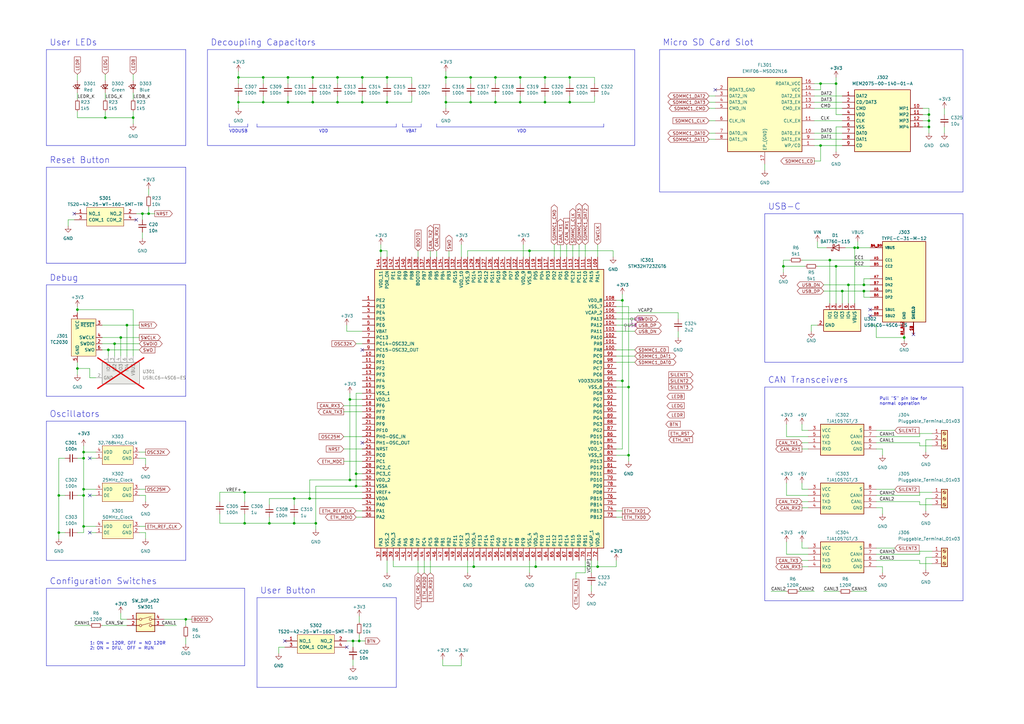
<source format=kicad_sch>
(kicad_sch (version 20230121) (generator eeschema)
  (paper "A3")
  (junction (at 76.2 254))
  (junction (at 107.95 41.91))
  (junction (at 54.61 48.26))
  (junction (at 321.31 109.22))
  (junction (at 100.33 201.93))
  (junction (at 34.29 215.9))
  (junction (at 127 204.47))
  (junction (at 213.36 31.75))
  (junction (at 43.18 48.26))
  (junction (at 52.07 133.35))
  (junction (at 31.75 151.13))
  (junction (at 219.71 232.41))
  (junction (at 24.13 218.44))
  (junction (at 381 46.99))
  (junction (at 217.17 102.87))
  (junction (at 158.75 31.75))
  (junction (at 143.51 196.85))
  (junction (at 120.65 214.63))
  (junction (at 138.43 31.75))
  (junction (at 97.79 31.75))
  (junction (at 110.49 214.63))
  (junction (at 381 52.07))
  (junction (at 34.29 203.2))
  (junction (at 354.33 116.84))
  (junction (at 223.52 41.91))
  (junction (at 148.59 31.75))
  (junction (at 143.51 163.83))
  (junction (at 340.36 106.68))
  (junction (at 148.59 41.91))
  (junction (at 182.88 31.75))
  (junction (at 34.29 187.96))
  (junction (at 233.68 41.91))
  (junction (at 146.05 194.31))
  (junction (at 107.95 31.75))
  (junction (at 120.65 204.47))
  (junction (at 58.42 87.63))
  (junction (at 213.36 41.91))
  (junction (at 194.31 232.41))
  (junction (at 342.9 109.22))
  (junction (at 223.52 31.75))
  (junction (at 347.98 116.84))
  (junction (at 156.21 102.87))
  (junction (at 255.27 156.21))
  (junction (at 128.27 31.75))
  (junction (at 354.33 119.38))
  (junction (at 203.2 41.91))
  (junction (at 129.54 214.63))
  (junction (at 255.27 123.19))
  (junction (at 158.75 41.91))
  (junction (at 146.05 199.39))
  (junction (at 342.9 34.29))
  (junction (at 100.33 214.63))
  (junction (at 128.27 41.91))
  (junction (at 46.99 140.97))
  (junction (at 381 49.53))
  (junction (at 350.52 101.6))
  (junction (at 336.55 59.69))
  (junction (at 182.88 41.91))
  (junction (at 138.43 41.91))
  (junction (at 147.32 262.89))
  (junction (at 118.11 31.75))
  (junction (at 257.81 158.75))
  (junction (at 245.11 232.41))
  (junction (at 118.11 41.91))
  (junction (at 345.44 119.38))
  (junction (at 193.04 41.91))
  (junction (at 24.13 203.2))
  (junction (at 97.79 41.91))
  (junction (at 31.75 127))
  (junction (at 203.2 31.75))
  (junction (at 60.96 87.63))
  (junction (at 351.79 101.6))
  (junction (at 34.29 200.66))
  (junction (at 144.78 262.89))
  (junction (at 49.53 138.43))
  (junction (at 257.81 186.69))
  (junction (at 370.84 138.43))
  (junction (at 233.68 31.75))
  (junction (at 44.45 143.51))
  (junction (at 336.55 34.29))
  (junction (at 193.04 31.75))
  (junction (at 34.29 185.42))
  (no_connect (at 148.59 181.61))
  (no_connect (at 36.83 203.2))
  (no_connect (at 142.24 265.43))
  (no_connect (at 116.84 262.89))
  (no_connect (at 374.65 137.16))
  (no_connect (at 36.83 218.44))
  (no_connect (at 356.87 127))
  (no_connect (at 356.87 129.54))
  (no_connect (at 55.88 90.17))
  (no_connect (at 36.83 187.96))
  (no_connect (at 30.48 87.63))
  (no_connect (at 148.59 143.51))
  (no_connect (at 293.37 36.83))
  (wire (pts (xy 156.21 100.33) (xy 156.21 102.87)))
  (wire (pts (xy 118.11 41.91) (xy 128.27 41.91)))
  (wire (pts (xy 90.17 210.82) (xy 90.17 214.63)))
  (wire (pts (xy 335.28 101.6) (xy 335.28 99.06)))
  (wire (pts (xy 381 46.99) (xy 381 44.45)))
  (wire (pts (xy 54.61 45.72) (xy 54.61 48.26)))
  (wire (pts (xy 337.82 116.84) (xy 347.98 116.84)))
  (wire (pts (xy 367.03 224.79) (xy 359.41 224.79)))
  (polyline (pts (xy 76.2 107.95) (xy 19.05 107.95)))
  (wire (pts (xy 107.95 41.91) (xy 118.11 41.91)))
  (wire (pts (xy 328.93 205.74) (xy 331.47 205.74)))
  (wire (pts (xy 340.36 106.68) (xy 340.36 124.46)))
  (wire (pts (xy 354.33 114.3) (xy 356.87 114.3)))
  (wire (pts (xy 52.07 133.35) (xy 52.07 146.05)))
  (wire (pts (xy 144.78 262.89) (xy 144.78 265.43)))
  (wire (pts (xy 34.29 185.42) (xy 34.29 187.96)))
  (wire (pts (xy 59.69 218.44) (xy 57.15 218.44)))
  (wire (pts (xy 161.29 232.41) (xy 161.29 229.87)))
  (wire (pts (xy 140.97 168.91) (xy 148.59 168.91)))
  (wire (pts (xy 193.04 31.75) (xy 193.04 34.29)))
  (wire (pts (xy 359.41 181.61) (xy 377.19 181.61)))
  (wire (pts (xy 59.69 190.5) (xy 59.69 187.96)))
  (wire (pts (xy 252.73 184.15) (xy 255.27 184.15)))
  (wire (pts (xy 378.46 49.53) (xy 381 49.53)))
  (wire (pts (xy 334.01 57.15) (xy 345.44 57.15)))
  (wire (pts (xy 100.33 214.63) (xy 110.49 214.63)))
  (wire (pts (xy 128.27 41.91) (xy 138.43 41.91)))
  (wire (pts (xy 339.09 101.6) (xy 335.28 101.6)))
  (wire (pts (xy 27.94 92.71) (xy 27.94 90.17)))
  (wire (pts (xy 240.03 234.95) (xy 240.03 229.87)))
  (wire (pts (xy 240.03 100.33) (xy 240.03 105.41)))
  (polyline (pts (xy 394.97 148.59) (xy 313.69 148.59)))
  (wire (pts (xy 378.46 44.45) (xy 381 44.45)))
  (polyline (pts (xy 19.05 20.32) (xy 76.2 20.32)))
  (wire (pts (xy 328.93 200.66) (xy 331.47 200.66)))
  (wire (pts (xy 252.73 229.87) (xy 252.73 232.41)))
  (wire (pts (xy 377.19 205.74) (xy 377.19 207.01)))
  (polyline (pts (xy 394.97 246.38) (xy 313.69 246.38)))
  (wire (pts (xy 359.41 133.35) (xy 359.41 138.43)))
  (wire (pts (xy 245.11 229.87) (xy 245.11 232.41)))
  (wire (pts (xy 359.41 229.87) (xy 377.19 229.87)))
  (wire (pts (xy 143.51 161.29) (xy 143.51 163.83)))
  (wire (pts (xy 379.73 180.34) (xy 382.27 180.34)))
  (wire (pts (xy 354.33 121.92) (xy 356.87 121.92)))
  (wire (pts (xy 328.93 222.25) (xy 328.93 224.79)))
  (wire (pts (xy 59.69 220.98) (xy 59.69 218.44)))
  (polyline (pts (xy 76.2 116.84) (xy 76.2 162.56)))
  (wire (pts (xy 350.52 101.6) (xy 350.52 124.46)))
  (wire (pts (xy 367.03 200.66) (xy 359.41 200.66)))
  (wire (pts (xy 223.52 41.91) (xy 233.68 41.91)))
  (wire (pts (xy 340.36 106.68) (xy 328.93 106.68)))
  (wire (pts (xy 323.85 106.68) (xy 321.31 106.68)))
  (wire (pts (xy 328.93 208.28) (xy 331.47 208.28)))
  (wire (pts (xy 148.59 41.91) (xy 158.75 41.91)))
  (wire (pts (xy 181.61 273.05) (xy 181.61 270.51)))
  (wire (pts (xy 233.68 41.91) (xy 233.68 39.37)))
  (wire (pts (xy 52.07 133.35) (xy 57.15 133.35)))
  (wire (pts (xy 146.05 212.09) (xy 148.59 212.09)))
  (wire (pts (xy 143.51 163.83) (xy 143.51 196.85)))
  (wire (pts (xy 182.88 41.91) (xy 182.88 39.37)))
  (wire (pts (xy 120.65 204.47) (xy 120.65 207.01)))
  (wire (pts (xy 182.88 41.91) (xy 193.04 41.91)))
  (wire (pts (xy 321.31 106.68) (xy 321.31 109.22)))
  (wire (pts (xy 24.13 203.2) (xy 24.13 187.96)))
  (wire (pts (xy 354.33 119.38) (xy 354.33 121.92)))
  (wire (pts (xy 127 204.47) (xy 148.59 204.47)))
  (wire (pts (xy 377.19 227.33) (xy 377.19 226.06)))
  (wire (pts (xy 387.35 44.45) (xy 387.35 46.99)))
  (wire (pts (xy 359.41 205.74) (xy 377.19 205.74)))
  (wire (pts (xy 377.19 181.61) (xy 377.19 182.88)))
  (wire (pts (xy 97.79 31.75) (xy 107.95 31.75)))
  (wire (pts (xy 342.9 62.23) (xy 342.9 52.07)))
  (wire (pts (xy 217.17 102.87) (xy 217.17 105.41)))
  (wire (pts (xy 255.27 184.15) (xy 255.27 156.21)))
  (wire (pts (xy 379.73 204.47) (xy 382.27 204.47)))
  (wire (pts (xy 100.33 201.93) (xy 100.33 205.74)))
  (wire (pts (xy 31.75 38.1) (xy 31.75 40.64)))
  (polyline (pts (xy 100.33 273.05) (xy 19.05 273.05)))
  (wire (pts (xy 168.91 41.91) (xy 168.91 39.37)))
  (wire (pts (xy 346.71 101.6) (xy 350.52 101.6)))
  (wire (pts (xy 260.35 146.05) (xy 252.73 146.05)))
  (wire (pts (xy 43.18 45.72) (xy 43.18 48.26)))
  (polyline (pts (xy 247.65 50.8) (xy 247.65 52.07)))
  (wire (pts (xy 377.19 226.06) (xy 382.27 226.06)))
  (wire (pts (xy 110.49 212.09) (xy 110.49 214.63)))
  (wire (pts (xy 257.81 186.69) (xy 257.81 189.23)))
  (wire (pts (xy 251.46 105.41) (xy 251.46 102.87)))
  (wire (pts (xy 143.51 196.85) (xy 148.59 196.85)))
  (wire (pts (xy 189.23 100.33) (xy 189.23 105.41)))
  (wire (pts (xy 257.81 186.69) (xy 257.81 158.75)))
  (wire (pts (xy 342.9 109.22) (xy 342.9 124.46)))
  (wire (pts (xy 257.81 158.75) (xy 252.73 158.75)))
  (wire (pts (xy 354.33 116.84) (xy 356.87 116.84)))
  (wire (pts (xy 387.35 54.61) (xy 387.35 52.07)))
  (wire (pts (xy 322.58 227.33) (xy 331.47 227.33)))
  (wire (pts (xy 107.95 31.75) (xy 107.95 34.29)))
  (wire (pts (xy 58.42 87.63) (xy 60.96 87.63)))
  (wire (pts (xy 118.11 31.75) (xy 128.27 31.75)))
  (wire (pts (xy 36.83 218.44) (xy 39.37 218.44)))
  (wire (pts (xy 31.75 48.26) (xy 31.75 45.72)))
  (wire (pts (xy 54.61 30.48) (xy 54.61 33.02)))
  (wire (pts (xy 49.53 138.43) (xy 57.15 138.43)))
  (wire (pts (xy 140.97 179.07) (xy 148.59 179.07)))
  (wire (pts (xy 232.41 100.33) (xy 232.41 105.41)))
  (wire (pts (xy 359.41 227.33) (xy 377.19 227.33)))
  (wire (pts (xy 359.41 179.07) (xy 377.19 179.07)))
  (wire (pts (xy 255.27 156.21) (xy 255.27 123.19)))
  (wire (pts (xy 46.99 140.97) (xy 57.15 140.97)))
  (wire (pts (xy 30.48 256.54) (xy 36.83 256.54)))
  (wire (pts (xy 144.78 270.51) (xy 144.78 273.05)))
  (wire (pts (xy 337.82 242.57) (xy 344.17 242.57)))
  (wire (pts (xy 345.44 44.45) (xy 334.01 44.45)))
  (wire (pts (xy 127 204.47) (xy 127 196.85)))
  (wire (pts (xy 327.66 242.57) (xy 334.01 242.57)))
  (wire (pts (xy 34.29 200.66) (xy 34.29 203.2)))
  (wire (pts (xy 142.24 133.35) (xy 142.24 135.89)))
  (wire (pts (xy 140.97 166.37) (xy 148.59 166.37)))
  (wire (pts (xy 107.95 41.91) (xy 107.95 39.37)))
  (polyline (pts (xy 172.72 50.8) (xy 172.72 52.07)))
  (wire (pts (xy 158.75 105.41) (xy 158.75 102.87)))
  (wire (pts (xy 57.15 185.42) (xy 59.69 185.42)))
  (wire (pts (xy 34.29 185.42) (xy 39.37 185.42)))
  (wire (pts (xy 251.46 102.87) (xy 217.17 102.87)))
  (wire (pts (xy 349.25 242.57) (xy 355.6 242.57)))
  (wire (pts (xy 110.49 204.47) (xy 120.65 204.47)))
  (wire (pts (xy 193.04 41.91) (xy 203.2 41.91)))
  (wire (pts (xy 234.95 100.33) (xy 234.95 105.41)))
  (wire (pts (xy 78.74 254) (xy 76.2 254)))
  (wire (pts (xy 203.2 41.91) (xy 203.2 39.37)))
  (wire (pts (xy 34.29 187.96) (xy 34.29 200.66)))
  (wire (pts (xy 97.79 41.91) (xy 97.79 44.45)))
  (wire (pts (xy 223.52 31.75) (xy 223.52 34.29)))
  (wire (pts (xy 31.75 187.96) (xy 34.29 187.96)))
  (wire (pts (xy 128.27 31.75) (xy 128.27 34.29)))
  (wire (pts (xy 370.84 138.43) (xy 370.84 137.16)))
  (wire (pts (xy 342.9 46.99) (xy 342.9 34.29)))
  (wire (pts (xy 191.77 105.41) (xy 191.77 102.87)))
  (polyline (pts (xy 76.2 59.69) (xy 19.05 59.69)))
  (wire (pts (xy 90.17 201.93) (xy 100.33 201.93)))
  (wire (pts (xy 236.22 237.49) (xy 236.22 234.95)))
  (polyline (pts (xy 19.05 68.58) (xy 76.2 68.58)))
  (wire (pts (xy 57.15 203.2) (xy 59.69 203.2)))
  (wire (pts (xy 252.73 156.21) (xy 255.27 156.21)))
  (wire (pts (xy 252.73 135.89) (xy 260.35 135.89)))
  (wire (pts (xy 347.98 116.84) (xy 347.98 124.46)))
  (wire (pts (xy 57.15 200.66) (xy 59.69 200.66)))
  (wire (pts (xy 41.91 256.54) (xy 52.07 256.54)))
  (wire (pts (xy 361.95 208.28) (xy 361.95 210.82)))
  (wire (pts (xy 146.05 199.39) (xy 146.05 194.31)))
  (wire (pts (xy 34.29 218.44) (xy 34.29 215.9)))
  (polyline (pts (xy 19.05 20.32) (xy 19.05 59.69)))
  (wire (pts (xy 332.74 135.89) (xy 332.74 133.35)))
  (wire (pts (xy 44.45 143.51) (xy 57.15 143.51)))
  (wire (pts (xy 361.95 232.41) (xy 361.95 234.95)))
  (wire (pts (xy 171.45 234.95) (xy 171.45 229.87)))
  (wire (pts (xy 118.11 31.75) (xy 118.11 34.29)))
  (polyline (pts (xy 76.2 20.32) (xy 76.2 59.69)))
  (wire (pts (xy 97.79 41.91) (xy 97.79 39.37)))
  (polyline (pts (xy 313.69 158.75) (xy 394.97 158.75)))
  (wire (pts (xy 377.19 231.14) (xy 382.27 231.14)))
  (wire (pts (xy 146.05 199.39) (xy 148.59 199.39)))
  (polyline (pts (xy 19.05 241.3) (xy 100.33 241.3)))
  (wire (pts (xy 328.93 224.79) (xy 331.47 224.79)))
  (wire (pts (xy 36.83 151.13) (xy 31.75 151.13)))
  (wire (pts (xy 138.43 31.75) (xy 138.43 34.29)))
  (wire (pts (xy 156.21 102.87) (xy 156.21 105.41)))
  (wire (pts (xy 31.75 203.2) (xy 34.29 203.2)))
  (polyline (pts (xy 19.05 241.3) (xy 19.05 273.05)))
  (wire (pts (xy 227.33 100.33) (xy 227.33 105.41)))
  (wire (pts (xy 144.78 262.89) (xy 147.32 262.89)))
  (wire (pts (xy 43.18 38.1) (xy 43.18 40.64)))
  (wire (pts (xy 31.75 151.13) (xy 31.75 153.67)))
  (wire (pts (xy 336.55 34.29) (xy 334.01 34.29)))
  (wire (pts (xy 158.75 229.87) (xy 158.75 234.95)))
  (wire (pts (xy 351.79 101.6) (xy 356.87 101.6)))
  (wire (pts (xy 336.55 59.69) (xy 345.44 59.69)))
  (wire (pts (xy 129.54 199.39) (xy 146.05 199.39)))
  (wire (pts (xy 128.27 31.75) (xy 138.43 31.75)))
  (wire (pts (xy 290.83 41.91) (xy 293.37 41.91)))
  (wire (pts (xy 193.04 41.91) (xy 193.04 39.37)))
  (wire (pts (xy 36.83 203.2) (xy 39.37 203.2)))
  (wire (pts (xy 328.93 184.15) (xy 331.47 184.15)))
  (polyline (pts (xy 19.05 116.84) (xy 76.2 116.84)))
  (wire (pts (xy 138.43 41.91) (xy 138.43 39.37)))
  (wire (pts (xy 60.96 77.47) (xy 60.96 80.01)))
  (wire (pts (xy 379.73 228.6) (xy 379.73 233.68)))
  (wire (pts (xy 336.55 59.69) (xy 336.55 66.04)))
  (wire (pts (xy 356.87 109.22) (xy 342.9 109.22)))
  (polyline (pts (xy 179.07 50.8) (xy 179.07 52.07)))
  (wire (pts (xy 54.61 38.1) (xy 54.61 40.64)))
  (wire (pts (xy 260.35 148.59) (xy 252.73 148.59)))
  (polyline (pts (xy 313.69 158.75) (xy 313.69 246.38)))
  (wire (pts (xy 334.01 66.04) (xy 336.55 66.04)))
  (wire (pts (xy 290.83 39.37) (xy 293.37 39.37)))
  (polyline (pts (xy 100.33 241.3) (xy 100.33 273.05)))
  (wire (pts (xy 34.29 203.2) (xy 34.29 215.9)))
  (polyline (pts (xy 76.2 172.72) (xy 76.2 229.87)))
  (wire (pts (xy 278.13 130.81) (xy 278.13 128.27)))
  (wire (pts (xy 257.81 125.73) (xy 252.73 125.73)))
  (wire (pts (xy 138.43 31.75) (xy 148.59 31.75)))
  (wire (pts (xy 120.65 214.63) (xy 129.54 214.63)))
  (wire (pts (xy 31.75 30.48) (xy 31.75 33.02)))
  (wire (pts (xy 100.33 201.93) (xy 148.59 201.93)))
  (wire (pts (xy 59.69 205.74) (xy 59.69 203.2)))
  (polyline (pts (xy 19.05 68.58) (xy 19.05 107.95)))
  (wire (pts (xy 54.61 48.26) (xy 43.18 48.26)))
  (polyline (pts (xy 76.2 68.58) (xy 76.2 107.95)))
  (wire (pts (xy 242.57 242.57) (xy 242.57 240.03)))
  (wire (pts (xy 143.51 163.83) (xy 148.59 163.83)))
  (wire (pts (xy 322.58 203.2) (xy 331.47 203.2)))
  (wire (pts (xy 60.96 85.09) (xy 60.96 87.63)))
  (wire (pts (xy 336.55 59.69) (xy 334.01 59.69)))
  (wire (pts (xy 233.68 31.75) (xy 243.84 31.75)))
  (wire (pts (xy 334.01 36.83) (xy 336.55 36.83)))
  (wire (pts (xy 243.84 31.75) (xy 243.84 34.29)))
  (wire (pts (xy 290.83 57.15) (xy 293.37 57.15)))
  (wire (pts (xy 252.73 133.35) (xy 260.35 133.35)))
  (wire (pts (xy 31.75 127) (xy 31.75 128.27)))
  (polyline (pts (xy 165.1 52.07) (xy 172.72 52.07)))
  (wire (pts (xy 359.41 203.2) (xy 377.19 203.2)))
  (polyline (pts (xy 93.98 52.07) (xy 101.6 52.07)))
  (wire (pts (xy 342.9 52.07) (xy 345.44 52.07)))
  (wire (pts (xy 158.75 41.91) (xy 168.91 41.91)))
  (wire (pts (xy 379.73 204.47) (xy 379.73 209.55)))
  (wire (pts (xy 24.13 187.96) (xy 26.67 187.96)))
  (wire (pts (xy 290.83 49.53) (xy 293.37 49.53)))
  (wire (pts (xy 128.27 41.91) (xy 128.27 39.37)))
  (wire (pts (xy 97.79 41.91) (xy 107.95 41.91)))
  (wire (pts (xy 336.55 36.83) (xy 336.55 34.29)))
  (wire (pts (xy 213.36 41.91) (xy 223.52 41.91)))
  (wire (pts (xy 54.61 127) (xy 54.61 146.05)))
  (wire (pts (xy 223.52 41.91) (xy 223.52 39.37)))
  (wire (pts (xy 328.93 198.12) (xy 328.93 200.66)))
  (wire (pts (xy 148.59 31.75) (xy 158.75 31.75)))
  (wire (pts (xy 41.91 133.35) (xy 52.07 133.35)))
  (wire (pts (xy 381 49.53) (xy 381 46.99)))
  (wire (pts (xy 377.19 177.8) (xy 382.27 177.8)))
  (wire (pts (xy 34.29 200.66) (xy 39.37 200.66)))
  (polyline (pts (xy 105.41 52.07) (xy 162.56 52.07)))
  (wire (pts (xy 127 196.85) (xy 143.51 196.85)))
  (wire (pts (xy 243.84 41.91) (xy 243.84 39.37)))
  (wire (pts (xy 54.61 48.26) (xy 54.61 50.8)))
  (wire (pts (xy 158.75 31.75) (xy 158.75 34.29)))
  (wire (pts (xy 158.75 31.75) (xy 168.91 31.75)))
  (polyline (pts (xy 394.97 158.75) (xy 394.97 246.38)))
  (polyline (pts (xy 101.6 50.8) (xy 101.6 52.07)))
  (wire (pts (xy 252.73 130.81) (xy 260.35 130.81)))
  (polyline (pts (xy 105.41 245.11) (xy 162.56 245.11)))
  (wire (pts (xy 328.93 176.53) (xy 331.47 176.53)))
  (wire (pts (xy 213.36 31.75) (xy 223.52 31.75)))
  (wire (pts (xy 41.91 138.43) (xy 49.53 138.43)))
  (wire (pts (xy 100.33 210.82) (xy 100.33 214.63)))
  (wire (pts (xy 194.31 229.87) (xy 194.31 232.41)))
  (wire (pts (xy 223.52 31.75) (xy 233.68 31.75)))
  (wire (pts (xy 381 54.61) (xy 381 52.07)))
  (wire (pts (xy 342.9 34.29) (xy 336.55 34.29)))
  (wire (pts (xy 168.91 31.75) (xy 168.91 34.29)))
  (wire (pts (xy 41.91 140.97) (xy 46.99 140.97)))
  (wire (pts (xy 328.93 181.61) (xy 331.47 181.61)))
  (wire (pts (xy 76.2 254) (xy 76.2 256.54)))
  (wire (pts (xy 316.23 242.57) (xy 322.58 242.57)))
  (wire (pts (xy 255.27 212.09) (xy 252.73 212.09)))
  (wire (pts (xy 146.05 209.55) (xy 148.59 209.55)))
  (wire (pts (xy 257.81 186.69) (xy 252.73 186.69)))
  (polyline (pts (xy 19.05 172.72) (xy 76.2 172.72)))
  (wire (pts (xy 351.79 99.06) (xy 351.79 101.6)))
  (wire (pts (xy 257.81 158.75) (xy 257.81 125.73)))
  (wire (pts (xy 191.77 229.87) (xy 191.77 234.95)))
  (wire (pts (xy 142.24 135.89) (xy 148.59 135.89)))
  (wire (pts (xy 377.19 207.01) (xy 382.27 207.01)))
  (wire (pts (xy 233.68 41.91) (xy 243.84 41.91)))
  (wire (pts (xy 378.46 52.07) (xy 381 52.07)))
  (wire (pts (xy 290.83 54.61) (xy 293.37 54.61)))
  (wire (pts (xy 342.9 31.75) (xy 342.9 34.29)))
  (wire (pts (xy 129.54 217.17) (xy 129.54 214.63)))
  (wire (pts (xy 377.19 182.88) (xy 382.27 182.88)))
  (wire (pts (xy 191.77 102.87) (xy 217.17 102.87)))
  (wire (pts (xy 107.95 31.75) (xy 118.11 31.75)))
  (wire (pts (xy 322.58 179.07) (xy 331.47 179.07)))
  (wire (pts (xy 31.75 125.73) (xy 31.75 127)))
  (wire (pts (xy 90.17 205.74) (xy 90.17 201.93)))
  (polyline (pts (xy 93.98 50.8) (xy 93.98 52.07)))
  (wire (pts (xy 118.11 41.91) (xy 118.11 39.37)))
  (wire (pts (xy 213.36 31.75) (xy 213.36 34.29)))
  (wire (pts (xy 97.79 31.75) (xy 97.79 34.29)))
  (wire (pts (xy 337.82 119.38) (xy 345.44 119.38)))
  (polyline (pts (xy 76.2 162.56) (xy 19.05 162.56)))
  (wire (pts (xy 110.49 207.01) (xy 110.49 204.47)))
  (wire (pts (xy 252.73 123.19) (xy 255.27 123.19)))
  (wire (pts (xy 76.2 254) (xy 67.31 254)))
  (wire (pts (xy 182.88 29.21) (xy 182.88 31.75)))
  (wire (pts (xy 114.3 265.43) (xy 116.84 265.43)))
  (wire (pts (xy 182.88 31.75) (xy 182.88 34.29)))
  (wire (pts (xy 321.31 111.76) (xy 321.31 109.22)))
  (wire (pts (xy 255.27 209.55) (xy 252.73 209.55)))
  (wire (pts (xy 97.79 29.21) (xy 97.79 31.75)))
  (polyline (pts (xy 313.69 87.63) (xy 394.97 87.63)))
  (wire (pts (xy 49.53 251.46) (xy 49.53 254)))
  (wire (pts (xy 60.96 87.63) (xy 63.5 87.63)))
  (wire (pts (xy 27.94 90.17) (xy 30.48 90.17)))
  (wire (pts (xy 146.05 161.29) (xy 146.05 194.31)))
  (wire (pts (xy 377.19 229.87) (xy 377.19 231.14)))
  (wire (pts (xy 359.41 138.43) (xy 370.84 138.43)))
  (wire (pts (xy 36.83 187.96) (xy 39.37 187.96)))
  (wire (pts (xy 146.05 140.97) (xy 148.59 140.97)))
  (wire (pts (xy 361.95 184.15) (xy 361.95 186.69)))
  (wire (pts (xy 49.53 138.43) (xy 49.53 146.05)))
  (polyline (pts (xy 76.2 229.87) (xy 19.05 229.87)))
  (wire (pts (xy 381 52.07) (xy 381 49.53)))
  (wire (pts (xy 189.23 273.05) (xy 181.61 273.05)))
  (wire (pts (xy 321.31 109.22) (xy 330.2 109.22)))
  (wire (pts (xy 378.46 46.99) (xy 381 46.99)))
  (wire (pts (xy 114.3 267.97) (xy 114.3 265.43)))
  (wire (pts (xy 245.11 232.41) (xy 219.71 232.41)))
  (wire (pts (xy 322.58 198.12) (xy 322.58 203.2)))
  (wire (pts (xy 24.13 203.2) (xy 26.67 203.2)))
  (wire (pts (xy 41.91 143.51) (xy 44.45 143.51)))
  (wire (pts (xy 176.53 234.95) (xy 176.53 229.87)))
  (wire (pts (xy 219.71 232.41) (xy 194.31 232.41)))
  (wire (pts (xy 189.23 270.51) (xy 189.23 273.05)))
  (wire (pts (xy 260.35 143.51) (xy 252.73 143.51)))
  (wire (pts (xy 347.98 116.84) (xy 354.33 116.84)))
  (wire (pts (xy 322.58 173.99) (xy 322.58 179.07)))
  (polyline (pts (xy 313.69 87.63) (xy 313.69 148.59)))
  (wire (pts (xy 203.2 31.75) (xy 203.2 34.29)))
  (wire (pts (xy 377.19 203.2) (xy 377.19 201.93)))
  (wire (pts (xy 252.73 232.41) (xy 245.11 232.41)))
  (wire (pts (xy 359.41 208.28) (xy 361.95 208.28)))
  (wire (pts (xy 24.13 218.44) (xy 24.13 203.2)))
  (wire (pts (xy 67.31 256.54) (xy 72.39 256.54)))
  (wire (pts (xy 345.44 119.38) (xy 345.44 124.46)))
  (wire (pts (xy 354.33 116.84) (xy 354.33 114.3)))
  (wire (pts (xy 176.53 102.87) (xy 176.53 105.41)))
  (wire (pts (xy 278.13 138.43) (xy 278.13 135.89)))
  (wire (pts (xy 147.32 262.89) (xy 149.86 262.89)))
  (wire (pts (xy 182.88 41.91) (xy 182.88 44.45)))
  (polyline (pts (xy 165.1 50.8) (xy 165.1 52.07)))
  (wire (pts (xy 57.15 215.9) (xy 59.69 215.9)))
  (wire (pts (xy 278.13 128.27) (xy 252.73 128.27)))
  (wire (pts (xy 140.97 184.15) (xy 148.59 184.15)))
  (wire (pts (xy 236.22 234.95) (xy 240.03 234.95)))
  (wire (pts (xy 148.59 41.91) (xy 148.59 39.37)))
  (wire (pts (xy 290.83 44.45) (xy 293.37 44.45)))
  (wire (pts (xy 328.93 232.41) (xy 331.47 232.41)))
  (wire (pts (xy 34.29 182.88) (xy 34.29 185.42)))
  (wire (pts (xy 31.75 148.59) (xy 31.75 151.13)))
  (wire (pts (xy 345.44 39.37) (xy 334.01 39.37)))
  (wire (pts (xy 342.9 109.22) (xy 335.28 109.22)))
  (wire (pts (xy 233.68 31.75) (xy 233.68 34.29)))
  (wire (pts (xy 214.63 100.33) (xy 214.63 105.41)))
  (wire (pts (xy 328.93 229.87) (xy 331.47 229.87)))
  (wire (pts (xy 182.88 31.75) (xy 193.04 31.75)))
  (polyline (pts (xy 105.41 50.8) (xy 105.41 52.07)))
  (wire (pts (xy 43.18 30.48) (xy 43.18 33.02)))
  (polyline (pts (xy 162.56 281.94) (xy 105.41 281.94)))
  (wire (pts (xy 43.18 48.26) (xy 31.75 48.26)))
  (wire (pts (xy 194.31 232.41) (xy 161.29 232.41)))
  (wire (pts (xy 120.65 212.09) (xy 120.65 214.63)))
  (wire (pts (xy 359.41 184.15) (xy 361.95 184.15)))
  (wire (pts (xy 351.79 101.6) (xy 350.52 101.6)))
  (wire (pts (xy 90.17 214.63) (xy 100.33 214.63)))
  (wire (pts (xy 213.36 41.91) (xy 213.36 39.37)))
  (wire (pts (xy 203.2 31.75) (xy 213.36 31.75)))
  (wire (pts (xy 217.17 229.87) (xy 217.17 234.95)))
  (wire (pts (xy 147.32 252.73) (xy 147.32 255.27)))
  (wire (pts (xy 354.33 119.38) (xy 356.87 119.38)))
  (wire (pts (xy 148.59 161.29) (xy 146.05 161.29)))
  (wire (pts (xy 345.44 41.91) (xy 334.01 41.91)))
  (wire (pts (xy 120.65 204.47) (xy 127 204.47)))
  (wire (pts (xy 370.84 139.7) (xy 370.84 138.43)))
  (wire (pts (xy 379.73 228.6) (xy 382.27 228.6)))
  (wire (pts (xy 328.93 173.99) (xy 328.93 176.53)))
  (wire (pts (xy 219.71 229.87) (xy 219.71 232.41)))
  (wire (pts (xy 345.44 46.99) (xy 342.9 46.99)))
  (wire (pts (xy 58.42 87.63) (xy 58.42 90.17)))
  (wire (pts (xy 31.75 218.44) (xy 34.29 218.44)))
  (wire (pts (xy 46.99 140.97) (xy 46.99 146.05)))
  (wire (pts (xy 377.19 201.93) (xy 382.27 201.93)))
  (wire (pts (xy 179.07 102.87) (xy 179.07 105.41)))
  (wire (pts (xy 377.19 179.07) (xy 377.19 177.8)))
  (wire (pts (xy 148.59 194.31) (xy 146.05 194.31)))
  (wire (pts (xy 203.2 41.91) (xy 213.36 41.91)))
  (wire (pts (xy 57.15 187.96) (xy 59.69 187.96)))
  (wire (pts (xy 255.27 120.65) (xy 255.27 123.19)))
  (wire (pts (xy 147.32 260.35) (xy 147.32 262.89)))
  (wire (pts (xy 138.43 41.91) (xy 148.59 41.91)))
  (wire (pts (xy 334.01 49.53) (xy 345.44 49.53)))
  (polyline (pts (xy 394.97 87.63) (xy 394.97 148.59)))
  (wire (pts (xy 332.74 133.35) (xy 335.28 133.35)))
  (polyline (pts (xy 179.07 52.07) (xy 247.65 52.07)))
  (wire (pts (xy 171.45 102.87) (xy 171.45 105.41)))
  (wire (pts (xy 36.83 154.94) (xy 36.83 151.13)))
  (wire (pts (xy 367.03 176.53) (xy 359.41 176.53)))
  (wire (pts (xy 359.41 232.41) (xy 361.95 232.41)))
  (wire (pts (xy 334.01 54.61) (xy 345.44 54.61)))
  (wire (pts (xy 245.11 100.33) (xy 245.11 105.41)))
  (wire (pts (xy 58.42 95.25) (xy 58.42 97.79)))
  (wire (pts (xy 148.59 31.75) (xy 148.59 34.29)))
  (wire (pts (xy 31.75 127) (xy 54.61 127)))
  (polyline (pts (xy 162.56 50.8) (xy 162.56 52.07)))
  (wire (pts (xy 242.57 229.87) (xy 242.57 234.95)))
  (wire (pts (xy 322.58 222.25) (xy 322.58 227.33)))
  (wire (pts (xy 76.2 264.16) (xy 76.2 261.62)))
  (wire (pts (xy 142.24 262.89) (xy 144.78 262.89)))
  (wire (pts (xy 158.75 41.91) (xy 158.75 39.37)))
  (wire (pts (xy 49.53 254) (xy 52.07 254)))
  (wire (pts (xy 173.99 234.95) (xy 173.99 229.87)))
  (wire (pts (xy 184.15 102.87) (xy 184.15 105.41)))
  (wire (pts (xy 158.75 102.87) (xy 156.21 102.87)))
  (wire (pts (xy 356.87 133.35) (xy 359.41 133.35)))
  (wire (pts (xy 313.69 69.85) (xy 313.69 67.31)))
  (wire (pts (xy 229.87 100.33) (xy 229.87 105.41)))
  (polyline (pts (xy 105.41 245.11) (xy 105.41 281.94)))
  (wire (pts (xy 356.87 106.68) (xy 340.36 106.68)))
  (wire (pts (xy 345.44 119.38) (xy 354.33 119.38)))
  (wire (pts (xy 55.88 87.63) (xy 58.42 87.63)))
  (wire (pts (xy 44.45 143.51) (xy 44.45 146.05)))
  (polyline (pts (xy 19.05 172.72) (xy 19.05 229.87)))
  (wire (pts (xy 39.37 154.94) (xy 36.83 154.94)))
  (wire (pts (xy 129.54 214.63) (xy 129.54 199.39)))
  (wire (pts (xy 237.49 100.33) (xy 237.49 105.41)))
  (wire (pts (xy 140.97 189.23) (xy 148.59 189.23)))
  (wire (pts (xy 110.49 214.63) (xy 120.65 214.63)))
  (wire (pts (xy 193.04 31.75) (xy 203.2 31.75)))
  (polyline (pts (xy 19.05 116.84) (xy 19.05 162.56)))
  (polyline (pts (xy 162.56 245.11) (xy 162.56 281.94)))
  (wire (pts (xy 24.13 220.98) (xy 24.13 218.44)))
  (wire (pts (xy 24.13 218.44) (xy 26.67 218.44)))
  (wire (pts (xy 39.37 215.9) (xy 34.29 215.9)))
  (wire (pts (xy 379.73 180.34) (xy 379.73 185.42)))
  (rectangle (start 270.51 20.32) (end 394.97 78.74))
  (rectangle (start 85.09 20.32) (end 260.35 59.69))
  (text "CAN Transceivers" (at 314.96 157.48 0) (effects (font (size 2.54 2.54)) (justify left bottom)))
  (text "VDD" (at 212.09 54.61 0) (effects (font (size 1.27 1.27)) (justify left bottom)))
  (text "VDDUSB" (at 93.98 54.61 0) (effects (font (size 1.27 1.27)) (justify left bottom)))
  (text "User LEDs" (at 20.32 19.05 0) (effects (font (size 2.54 2.54)) (justify left bottom)))
  (text "Debug" (at 20.32 115.57 0) (effects (font (size 2.54 2.54)) (justify left bottom)))
  (text "VBAT" (at 166.37 54.61 0) (effects (font (size 1.27 1.27)) (justify left bottom)))
  (text "Micro SD Card Slot" (at 271.78 19.05 0) (effects (font (size 2.54 2.54)) (justify left bottom)))
  (text "USB-C" (at 314.96 86.36 0) (effects (font (size 2.54 2.54)) (justify left bottom)))
  (text "Oscillators" (at 20.32 171.45 0) (effects (font (size 2.54 2.54)) (justify left bottom)))
  (text "1: ON = 120R, OFF = NO 120R\n2: ON = DFU,  OFF = RUN" (at 36.83 266.7 0) (effects (font (size 1.27 1.27)) (justify left bottom)))
  (text "Reset Button" (at 20.32 67.31 0) (effects (font (size 2.54 2.54)) (justify left bottom)))
  (text "User Button" (at 106.68 243.84 0) (effects (font (size 2.54 2.54)) (justify left bottom)))
  (text "VDD" (at 130.81 54.61 0) (effects (font (size 1.27 1.27)) (justify left bottom)))
  (text "Decoupling Capacitors" (at 86.36 19.05 0) (effects (font (size 2.54 2.54)) (justify left bottom)))
  (text "Pull \"S\" pin low for\nnormal operation" (at 360.68 166.37 0) (effects (font (size 1.27 1.27)) (justify left bottom)))
  (text "Configuration Switches" (at 20.32 240.03 0) (effects (font (size 2.54 2.54)) (justify left bottom)))
  (label "CANH1" (at 30.48 256.54 0))
  (label "CANL1" (at 72.39 256.54 180))
  (label "LEDG_K" (at 43.18 40.64 0))
  (label "CAN_SW" (at 43.18 256.54 0))
  (label "DAT2" (at 336.55 39.37 0))
  (label "CC2" (at 354.33 109.22 180))
  (label "CANH2" (at 334.01 242.57 180))
  (label "CANH3" (at 360.68 227.33 0))
  (label "VREF+" (at 92.71 201.93 0))
  (label "CANH2" (at 360.68 203.2 0))
  (label "CANL2" (at 316.23 242.57 0))
  (label "CANH1" (at 360.68 179.07 0))
  (label "DAT0" (at 336.55 54.61 0))
  (label "DAT3" (at 336.55 41.91 0))
  (label "VCAP1" (at 242.57 234.95 90))
  (label "CANL1" (at 360.68 181.61 0))
  (label "CANL3" (at 360.68 229.87 0))
  (label "CANL3" (at 337.82 242.57 0))
  (label "CMD" (at 336.55 44.45 0))
  (label "CC1" (at 354.33 106.68 180))
  (label "LEDR_K" (at 31.75 40.64 0))
  (label "CANH3" (at 355.6 242.57 180))
  (label "CANL2" (at 360.68 205.74 0))
  (label "LEDB_K" (at 54.61 40.64 0))
  (label "VCAP2" (at 261.62 128.27 0))
  (label "DAT1" (at 336.55 57.15 0))
  (label "CLK" (at 336.55 49.53 0))
  (global_label "USB_DN" (shape bidirectional) (at 337.82 116.84 180) (property "Intersheetrefs" "${INTERSHEET_REFS}" (effects hide)))
  (global_label "BTN" (shape output) (at 149.86 262.89 0) (property "Intersheetrefs" "${INTERSHEET_REFS}" (effects hide)))
  (global_label "ETH_INT" (shape input) (at 274.32 180.34 0) (property "Intersheetrefs" "${INTERSHEET_REFS}" (effects hide)))
  (global_label "ETH_MDIO" (shape bidirectional) (at 146.05 212.09 180) (property "Intersheetrefs" "${INTERSHEET_REFS}" (effects hide)))
  (global_label "SWO" (shape output) (at 184.15 102.87 90) (property "Intersheetrefs" "${INTERSHEET_REFS}" (effects hide)))
  (global_label "CAN_TX3" (shape output) (at 140.97 168.91 180) (property "Intersheetrefs" "${INTERSHEET_REFS}" (effects hide)))
  (global_label "CAN_RX2" (shape input) (at 179.07 102.87 90) (property "Intersheetrefs" "${INTERSHEET_REFS}" (effects hide)))
  (global_label "ETH_TX_EN" (shape output) (at 236.22 237.49 270) (property "Intersheetrefs" "${INTERSHEET_REFS}" (effects hide)))
  (global_label "OSC25M" (shape input) (at 140.97 179.07 180) (property "Intersheetrefs" "${INTERSHEET_REFS}" (effects hide)))
  (global_label "SWCLK" (shape output) (at 57.15 138.43 0) (property "Intersheetrefs" "${INTERSHEET_REFS}" (effects hide)))
  (global_label "CAN_TX2" (shape output) (at 176.53 102.87 90) (property "Intersheetrefs" "${INTERSHEET_REFS}" (effects hide)))
  (global_label "ETH_TXD0" (shape output) (at 255.27 212.09 0) (property "Intersheetrefs" "${INTERSHEET_REFS}" (effects hide)))
  (global_label "ETH_RST" (shape output) (at 274.32 177.8 0) (property "Intersheetrefs" "${INTERSHEET_REFS}" (effects hide)))
  (global_label "USB_DP" (shape bidirectional) (at 260.35 133.35 0) (property "Intersheetrefs" "${INTERSHEET_REFS}" (effects hide)))
  (global_label "SILENT1" (shape input) (at 367.03 176.53 0) (property "Intersheetrefs" "${INTERSHEET_REFS}" (effects hide)))
  (global_label "SDMMC1_DAT1" (shape bidirectional) (at 290.83 57.15 180) (property "Intersheetrefs" "${INTERSHEET_REFS}" (effects hide)))
  (global_label "CAN_TX2" (shape input) (at 328.93 205.74 180) (property "Intersheetrefs" "${INTERSHEET_REFS}" (effects hide)))
  (global_label "ETH_CRS_DV" (shape bidirectional) (at 171.45 234.95 270) (property "Intersheetrefs" "${INTERSHEET_REFS}" (effects hide)))
  (global_label "BOOT0" (shape output) (at 78.74 254 0) (property "Intersheetrefs" "${INTERSHEET_REFS}" (effects hide)))
  (global_label "SDMMC1_DAT2" (shape bidirectional) (at 290.83 39.37 180) (property "Intersheetrefs" "${INTERSHEET_REFS}" (effects hide)))
  (global_label "CAN_RX2" (shape output) (at 328.93 208.28 180) (property "Intersheetrefs" "${INTERSHEET_REFS}" (effects hide)))
  (global_label "CAN_TX1" (shape output) (at 229.87 100.33 90) (property "Intersheetrefs" "${INTERSHEET_REFS}" (effects hide)))
  (global_label "SDMMC1_DAT1" (shape bidirectional) (at 260.35 146.05 0) (property "Intersheetrefs" "${INTERSHEET_REFS}" (effects hide)))
  (global_label "ETH_RXD0" (shape input) (at 173.99 234.95 270) (property "Intersheetrefs" "${INTERSHEET_REFS}" (effects hide)))
  (global_label "SDMMC1_CD" (shape input) (at 260.35 143.51 0) (property "Intersheetrefs" "${INTERSHEET_REFS}" (effects hide)))
  (global_label "LEDR" (shape output) (at 280.67 170.18 180) (property "Intersheetrefs" "${INTERSHEET_REFS}" (effects hide)))
  (global_label "LEDG" (shape output) (at 280.67 166.37 180) (property "Intersheetrefs" "${INTERSHEET_REFS}" (effects hide)))
  (global_label "LEDB" (shape input) (at 54.61 30.48 90) (property "Intersheetrefs" "${INTERSHEET_REFS}" (effects hide)))
  (global_label "OSC32K" (shape input) (at 146.05 140.97 180) (property "Intersheetrefs" "${INTERSHEET_REFS}" (effects hide)))
  (global_label "SILENT1" (shape output) (at 274.32 153.67 0) (property "Intersheetrefs" "${INTERSHEET_REFS}" (effects hide)))
  (global_label "SILENT3" (shape output) (at 274.32 158.75 0) (property "Intersheetrefs" "${INTERSHEET_REFS}" (effects hide)))
  (global_label "SDMMC1_DAT0" (shape bidirectional) (at 260.35 148.59 0) (property "Intersheetrefs" "${INTERSHEET_REFS}" (effects hide)))
  (global_label "OSC25M" (shape output) (at 59.69 200.66 0) (property "Intersheetrefs" "${INTERSHEET_REFS}" (effects hide)))
  (global_label "SDMMC1_CLK" (shape output) (at 234.95 100.33 90) (property "Intersheetrefs" "${INTERSHEET_REFS}" (effects hide)))
  (global_label "ETH_TXD1" (shape output) (at 255.27 209.55 0) (property "Intersheetrefs" "${INTERSHEET_REFS}" (effects hide)))
  (global_label "ETH_REF_CLK" (shape input) (at 146.05 209.55 180) (property "Intersheetrefs" "${INTERSHEET_REFS}" (effects hide)))
  (global_label "SWDIO" (shape bidirectional) (at 260.35 130.81 0) (property "Intersheetrefs" "${INTERSHEET_REFS}" (effects hide)))
  (global_label "BOOT0" (shape input) (at 171.45 102.87 90) (property "Intersheetrefs" "${INTERSHEET_REFS}" (effects hide)))
  (global_label "CAN_RX3" (shape output) (at 328.93 232.41 180) (property "Intersheetrefs" "${INTERSHEET_REFS}" (effects hide)))
  (global_label "SILENT2" (shape output) (at 274.32 156.21 0) (property "Intersheetrefs" "${INTERSHEET_REFS}" (effects hide)))
  (global_label "LEDR" (shape input) (at 31.75 30.48 90) (property "Intersheetrefs" "${INTERSHEET_REFS}" (effects hide)))
  (global_label "USB_DP" (shape bidirectional) (at 337.82 119.38 180) (property "Intersheetrefs" "${INTERSHEET_REFS}" (effects hide)))
  (global_label "SDMMC1_CMD" (shape bidirectional) (at 290.83 44.45 180) (property "Intersheetrefs" "${INTERSHEET_REFS}" (effects hide)))
  (global_label "CAN_TX1" (shape input) (at 328.93 181.61 180) (property "Intersheetrefs" "${INTERSHEET_REFS}" (effects hide)))
  (global_label "NRST" (shape output) (at 63.5 87.63 0) (property "Intersheetrefs" "${INTERSHEET_REFS}" (effects hide)))
  (global_label "CAN_TX3" (shape input) (at 328.93 229.87 180) (property "Intersheetrefs" "${INTERSHEET_REFS}" (effects hide)))
  (global_label "CAN_RX1" (shape input) (at 232.41 100.33 90) (property "Intersheetrefs" "${INTERSHEET_REFS}" (effects hide)))
  (global_label "SILENT2" (shape input) (at 367.03 200.66 0) (property "Intersheetrefs" "${INTERSHEET_REFS}" (effects hide)))
  (global_label "NRST" (shape output) (at 57.15 133.35 0) (property "Intersheetrefs" "${INTERSHEET_REFS}" (effects hide)))
  (global_label "LEDG" (shape input) (at 43.18 30.48 90) (property "Intersheetrefs" "${INTERSHEET_REFS}" (effects hide)))
  (global_label "LEDB" (shape output) (at 280.67 162.56 180) (property "Intersheetrefs" "${INTERSHEET_REFS}" (effects hide)))
  (global_label "SDMMC1_CLK" (shape input) (at 290.83 49.53 180) (property "Intersheetrefs" "${INTERSHEET_REFS}" (effects hide)))
  (global_label "USB_DN" (shape bidirectional) (at 260.35 135.89 0) (property "Intersheetrefs" "${INTERSHEET_REFS}" (effects hide)))
  (global_label "SDMMC1_CD" (shape output) (at 334.01 66.04 180) (property "Intersheetrefs" "${INTERSHEET_REFS}" (effects hide)))
  (global_label "SWO" (shape input) (at 57.15 143.51 0) (property "Intersheetrefs" "${INTERSHEET_REFS}" (effects hide)))
  (global_label "SILENT3" (shape input) (at 367.03 224.79 0) (property "Intersheetrefs" "${INTERSHEET_REFS}" (effects hide)))
  (global_label "CAN_RX3" (shape input) (at 140.97 166.37 180) (property "Intersheetrefs" "${INTERSHEET_REFS}" (effects hide)))
  (global_label "BTN" (shape input) (at 273.05 173.99 0) (property "Intersheetrefs" "${INTERSHEET_REFS}" (effects hide)))
  (global_label "NRST" (shape input) (at 140.97 184.15 180) (property "Intersheetrefs" "${INTERSHEET_REFS}" (effects hide)))
  (global_label "SDMMC1_DAT2" (shape bidirectional) (at 240.03 100.33 90) (property "Intersheetrefs" "${INTERSHEET_REFS}" (effects hide)))
  (global_label "SWDIO" (shape bidirectional) (at 57.15 140.97 0) (property "Intersheetrefs" "${INTERSHEET_REFS}" (effects hide)))
  (global_label "ETH_RXD1" (shape input) (at 176.53 234.95 270) (property "Intersheetrefs" "${INTERSHEET_REFS}" (effects hide)))
  (global_label "SDMMC1_DAT3" (shape bidirectional) (at 290.83 41.91 180) (property "Intersheetrefs" "${INTERSHEET_REFS}" (effects hide)))
  (global_label "CAN_RX1" (shape output) (at 328.93 184.15 180) (property "Intersheetrefs" "${INTERSHEET_REFS}" (effects hide)))
  (global_label "SDMMC1_DAT3" (shape bidirectional) (at 237.49 100.33 90) (property "Intersheetrefs" "${INTERSHEET_REFS}" (effects hide)))
  (global_label "ETH_REF_CLK" (shape output) (at 59.69 215.9 0) (property "Intersheetrefs" "${INTERSHEET_REFS}" (effects hide)))
  (global_label "SDMMC1_CMD" (shape bidirectional) (at 227.33 100.33 90) (property "Intersheetrefs" "${INTERSHEET_REFS}" (effects hide)))
  (global_label "OSC32K" (shape output) (at 59.69 185.42 0) (property "Intersheetrefs" "${INTERSHEET_REFS}" (effects hide)))
  (global_label "SWCLK" (shape input) (at 245.11 100.33 90) (property "Intersheetrefs" "${INTERSHEET_REFS}" (effects hide)))
  (global_label "ETH_MDC" (shape output) (at 140.97 189.23 180) (property "Intersheetrefs" "${INTERSHEET_REFS}" (effects hide)))
  (global_label "SDMMC1_DAT0" (shape bidirectional) (at 290.83 54.61 180) (property "Intersheetrefs" "${INTERSHEET_REFS}" (effects hide)))
  (netclass_flag "" (length 2.54) (shape round) (at 259.08 133.35 0) (property "Netclass" "USB" (at 259.7785 130.81 0) (effects (font italic) (justify left))))
  (netclass_flag "" (length 2.54) (shape round) (at 256.54 135.89 0) (property "Netclass" "USB" (at 257.2385 133.35 0) (effects (font italic) (justify left))))
  (symbol (lib_id "power:GND") (at 370.84 139.7 0) (mirror y) (unit 1)
    (property "Reference" "#PWR040" (effects hide))
    (property "Value" "GND" (at 370.84 143.51 0))
    (instances (project "DE10-lite_shield" (path "" (reference "#PWR040") (unit 1)) (path "" (reference "#PWR039") (unit 1)) (path "" (reference "#PWR046") (unit 1)) (path "" (reference "#PWR084") (unit 1))) (project "Gateway Board" (path "" (reference "#PWR0349") (unit 1))) (project "Power Board" (path "" (reference "#PWR061") (unit 1))))
  )
  (symbol (lib_id "power:+5V") (at 328.93 198.12 0) (unit 1)
    (property "Reference" "#PWR0339" (effects hide))
    (property "Value" "+5V" (at 328.93 194.31 0))
    (instances (project "Gateway Board" (path "" (reference "#PWR0339") (unit 1))) (project "Power Board" (path "" (reference "#PWR055") (unit 1))))
  )
  (symbol (lib_id "Personal Library:VIN") (at 335.28 99.06 0) (unit 1)
    (property "Reference" "#PWR033" (effects hide))
    (property "Value" "VIN" (at 335.28 95.25 0))
    (instances (project "Gateway Board" (path "" (reference "#PWR033") (unit 1)) (path "" (reference "#PWR0342") (unit 1))))
  )
  (symbol (lib_id "power:GND") (at 257.81 189.23 0) (unit 1)
    (property "Reference" "#PWR0331" (effects hide))
    (property "Value" "GND" (at 257.81 194.31 0))
    (instances (project "Gateway Board" (path "" (reference "#PWR0331") (unit 1))) (project "Power Board" (path "" (reference "#PWR049") (unit 1))))
  )
  (symbol (lib_id "power:GND") (at 191.77 234.95 0) (unit 1)
    (property "Reference" "#PWR0324" (effects hide))
    (property "Value" "GND" (at 191.77 240.03 0))
    (instances (project "Gateway Board" (path "" (reference "#PWR0324") (unit 1))) (project "Power Board" (path "" (reference "#PWR049") (unit 1))))
  )
  (symbol (lib_id "power:GND") (at 59.69 220.98 0) (unit 1)
    (property "Reference" "#PWR0311" (effects hide))
    (property "Value" "GND" (at 59.69 226.06 0))
    (instances (project "Gateway Board" (path "" (reference "#PWR0311") (unit 1))) (project "Power Board" (path "" (reference "#PWR068") (unit 1))) (project "ViRG0_PCB" (path "" (reference "#PWR016") (unit 1))))
  )
  (symbol (lib_id "power:GND") (at 242.57 242.57 0) (unit 1)
    (property "Reference" "#PWR0327" (effects hide))
    (property "Value" "GND" (at 242.57 247.65 0))
    (instances (project "Gateway Board" (path "" (reference "#PWR0327") (unit 1))) (project "Power Board" (path "" (reference "#PWR049") (unit 1))))
  )
  (symbol (lib_id "power:GND") (at 31.75 153.67 0) (unit 1)
    (property "Reference" "#PWR0304" (effects hide))
    (property "Value" "GND" (at 31.75 158.75 0))
    (instances (project "Gateway Board" (path "" (reference "#PWR0304") (unit 1))) (project "Power Board" (path "" (reference "#PWR040") (unit 1))))
  )
  (symbol (lib_id "Device:C_Small") (at 242.57 237.49 0) (unit 1)
    (property "Reference" "C323" (at 245.11 236.8613 0) (effects (justify left)))
    (property "Value" "2u2" (at 245.11 239.4013 0) (effects (justify left)))
    (property "Footprint" "Capacitor_SMD:C_0402_1005Metric" (effects hide))
    (instances (project "Gateway Board" (path "" (reference "C323") (unit 1))) (project "Power Board" (path "" (reference "C27") (unit 1))) (project "ViRG0_PCB" (path "" (reference "C2") (unit 1))))
  )
  (symbol (lib_id "Device:C_Small") (at 193.04 36.83 0) (unit 1)
    (property "Reference" "C317" (at 195.58 35.5662 0) (effects (justify left)))
    (property "Value" "100n" (at 195.58 38.1062 0) (effects (justify left)))
    (property "Footprint" "Capacitor_SMD:C_0402_1005Metric" (effects hide))
    (instances (project "Gateway Board" (path "" (reference "C317") (unit 1))) (project "Power Board" (path "" (reference "C30") (unit 1))) (project "ViRG0_PCB" (path "" (reference "C2") (unit 1))))
  )
  (symbol (lib_id "power:GND") (at 379.73 185.42 0) (unit 1)
    (property "Reference" "#PWR0357" (effects hide))
    (property "Value" "GND" (at 379.73 190.5 0))
    (instances (project "Gateway Board" (path "" (reference "#PWR0357") (unit 1))) (project "Power Board" (path "" (reference "#PWR0331") (unit 1))))
  )
  (symbol (lib_id "Device:C_Small") (at 278.13 133.35 0) (unit 1)
    (property "Reference" "C324" (at 280.67 132.7213 0) (effects (justify left)))
    (property "Value" "2u2" (at 280.67 135.2613 0) (effects (justify left)))
    (property "Footprint" "Capacitor_SMD:C_0402_1005Metric" (effects hide))
    (instances (project "Gateway Board" (path "" (reference "C324") (unit 1))) (project "Power Board" (path "" (reference "C27") (unit 1))) (project "ViRG0_PCB" (path "" (reference "C2") (unit 1))))
  )
  (symbol (lib_id "MSL_Symbols:25MHz_Clock") (at 48.26 201.93 0) (unit 1)
    (property "Reference" "X302" (at 48.26 194.31 0))
    (property "Value" "25MHz_Clock" (at 48.26 196.85 0))
    (property "Footprint" "Oscillator:Oscillator_SMD_Abracon_ASE-4Pin_3.2x2.5mm_HandSoldering" (effects hide))
    (instances (project "Gateway Board" (path "" (reference "X302") (unit 1))) (project "Power Board" (path "" (reference "X1") (unit 1))))
  )
  (symbol (lib_id "Switch:SW_DIP_x02") (at 59.69 256.54 0) (unit 1)
    (property "Reference" "SW301" (at 59.69 248.92 0))
    (property "Value" "SW_DIP_x02" (at 59.69 246.38 0))
    (property "Footprint" "Package_DIP:DIP-4_W8.89mm_SMDSocket_LongPads" (effects hide))
    (instances (project "Gateway Board" (path "" (reference "SW301") (unit 1))) (project "Power Board" (path "" (reference "SW2") (unit 1))))
  )
  (symbol (lib_id "Device:R_Small") (at 39.37 256.54 90) (mirror x) (unit 1)
    (property "Reference" "R6" (at 39.37 251.46 90))
    (property "Value" "120R" (at 39.37 254 90))
    (property "Footprint" "Resistor_SMD:R_0402_1005Metric" (effects hide))
    (instances (project "DE10-lite_shield" (path "" (reference "R6") (unit 1)) (path "" (reference "R6") (unit 1)) (path "" (reference "R14") (unit 1)) (path "" (reference "R32") (unit 1))) (project "Gateway Board" (path "" (reference "R302") (unit 1))) (project "Power Board" (path "" (reference "R21") (unit 1))))
  )
  (symbol (lib_id "power:+3.3V") (at 189.23 270.51 0) (unit 1)
    (property "Reference" "#PWR0360" (effects hide))
    (property "Value" "+3.3V" (at 189.23 266.7 0))
  )
  (symbol (lib_id "Device:C_Small") (at 29.21 187.96 90) (unit 1)
    (property "Reference" "C301" (at 29.21 181.61 90))
    (property "Value" "100n" (at 29.21 184.15 90))
    (property "Footprint" "Capacitor_SMD:C_0402_1005Metric" (effects hide))
    (instances (project "Gateway Board" (path "" (reference "C301") (unit 1))) (project "Power Board" (path "" (reference "C27") (unit 1))) (project "ViRG0_PCB" (path "" (reference "C2") (unit 1))))
  )
  (symbol (lib_id "power:GND") (at 379.73 209.55 0) (unit 1)
    (property "Reference" "#PWR0358" (effects hide))
    (property "Value" "GND" (at 379.73 214.63 0))
    (instances (project "Gateway Board" (path "" (reference "#PWR0358") (unit 1))) (project "Power Board" (path "" (reference "#PWR0331") (unit 1))))
  )
  (symbol (lib_id "MSL_Symbols:USBLC6-4SC6-ES") (at 345.44 132.08 0) (unit 1)
    (property "Reference" "U302" (at 354.33 130.81 0) (effects (justify left)))
    (property "Value" "USBLC6-4SC6-ES" (at 354.33 133.35 0) (effects (justify left)))
    (property "Footprint" "Package_TO_SOT_SMD:SOT-23-6" (effects hide))
    (property "Datasheet" "https://datasheet.lcsc.com/lcsc/2209201730_ElecSuper-USBLC6-4SC6-ES_C5180279.pdf" (effects hide))
  )
  (symbol (lib_id "power:+5V") (at 328.93 173.99 0) (unit 1)
    (property "Reference" "#PWR0338" (effects hide))
    (property "Value" "+5V" (at 328.93 170.18 0))
    (instances (project "Gateway Board" (path "" (reference "#PWR0338") (unit 1))) (project "Power Board" (path "" (reference "#PWR055") (unit 1))))
  )
  (symbol (lib_id "power:GND") (at 114.3 267.97 0) (unit 1)
    (property "Reference" "#PWR055" (effects hide))
    (property "Value" "GND" (at 114.3 273.05 0))
    (instances (project "DE10-lite_shield" (path "" (reference "#PWR055") (unit 1)) (path "" (reference "#PWR047") (unit 1))) (project "Gateway Board" (path "" (reference "#PWR0353") (unit 1))) (project "Power Board" (path "" (reference "#PWR0302") (unit 1))) (project "ViRG0_PCB" (path "" (reference "#PWR06") (unit 1))))
  )
  (symbol (lib_id "Device:C_Small") (at 118.11 36.83 0) (unit 1)
    (property "Reference" "C311" (at 120.65 35.5662 0) (effects (justify left)))
    (property "Value" "100n" (at 120.65 38.1062 0) (effects (justify left)))
    (property "Footprint" "Capacitor_SMD:C_0402_1005Metric" (effects hide))
    (instances (project "Gateway Board" (path "" (reference "C311") (unit 1))) (project "Power Board" (path "" (reference "C31") (unit 1))) (project "ViRG0_PCB" (path "" (reference "C2") (unit 1))))
  )
  (symbol (lib_id "power:+3V3") (at 322.58 173.99 0) (unit 1)
    (property "Reference" "#PWR0335" (effects hide))
    (property "Value" "+3V3" (at 322.58 170.18 0))
    (instances (project "Gateway Board" (path "" (reference "#PWR0335") (unit 1))) (project "Power Board" (path "" (reference "#PWR053") (unit 1))))
  )
  (symbol (lib_id "power:+3V3") (at 387.35 44.45 0) (unit 1)
    (property "Reference" "#PWR0351" (effects hide))
    (property "Value" "+3V3" (at 387.35 40.64 0))
    (instances (project "Gateway Board" (path "" (reference "#PWR0351") (unit 1))) (project "Power Board" (path "" (reference "#PWR053") (unit 1))))
  )
  (symbol (lib_id "power:GND") (at 97.79 44.45 0) (unit 1)
    (property "Reference" "#PWR0315" (effects hide))
    (property "Value" "GND" (at 97.79 49.53 0))
    (instances (project "Gateway Board" (path "" (reference "#PWR0315") (unit 1))) (project "Power Board" (path "" (reference "#PWR072") (unit 1))))
  )
  (symbol (lib_id "Device:R_Small") (at 147.32 257.81 180) (unit 1)
    (property "Reference" "R23" (at 148.59 256.54 0) (effects (justify right)))
    (property "Value" "10k" (at 148.59 259.08 0) (effects (justify right)))
    (property "Footprint" "Resistor_SMD:R_0402_1005Metric" (effects hide))
    (instances (project "DE10-lite_shield" (path "" (reference "R23") (unit 1)) (path "" (reference "R12") (unit 1))) (project "Gateway Board" (path "" (reference "R311") (unit 1))) (project "Power Board" (path "" (reference "R302") (unit 1))))
  )
  (symbol (lib_id "power:GND") (at 251.46 105.41 0) (unit 1)
    (property "Reference" "#PWR0328" (effects hide))
    (property "Value" "GND" (at 251.46 110.49 0))
    (instances (project "Gateway Board" (path "" (reference "#PWR0328") (unit 1))) (project "Power Board" (path "" (reference "#PWR049") (unit 1))))
  )
  (symbol (lib_id "power:GND") (at 217.17 234.95 0) (unit 1)
    (property "Reference" "#PWR0326" (effects hide))
    (property "Value" "GND" (at 217.17 240.03 0))
    (instances (project "Gateway Board" (path "" (reference "#PWR0326") (unit 1))) (project "Power Board" (path "" (reference "#PWR049") (unit 1))))
  )
  (symbol (lib_id "power:+3V3") (at 189.23 100.33 0) (unit 1)
    (property "Reference" "#PWR0323" (effects hide))
    (property "Value" "+3V3" (at 189.23 96.52 0))
    (instances (project "Gateway Board" (path "" (reference "#PWR0323") (unit 1))) (project "Power Board" (path "" (reference "#PWR050") (unit 1))))
  )
  (symbol (lib_id "power:+3V3") (at 322.58 198.12 0) (unit 1)
    (property "Reference" "#PWR0336" (effects hide))
    (property "Value" "+3V3" (at 322.58 194.31 0))
    (instances (project "Gateway Board" (path "" (reference "#PWR0336") (unit 1))) (project "Power Board" (path "" (reference "#PWR053") (unit 1))))
  )
  (symbol (lib_id "Device:R_Small") (at 43.18 43.18 180) (unit 1)
    (property "Reference" "R23" (at 44.45 41.91 0) (effects (justify right)))
    (property "Value" "1k5" (at 44.45 44.45 0) (effects (justify right)))
    (property "Footprint" "Resistor_SMD:R_0402_1005Metric" (effects hide))
    (instances (project "DE10-lite_shield" (path "" (reference "R23") (unit 1)) (path "" (reference "R12") (unit 1))) (project "Gateway Board" (path "" (reference "R303") (unit 1))) (project "Power Board" (path "" (reference "R28") (unit 1))))
  )
  (symbol (lib_id "Device:LED_Small") (at 31.75 35.56 90) (unit 1)
    (property "Reference" "D301" (at 34.29 34.29 90) (effects (justify right)))
    (property "Value" "Red" (at 34.29 36.83 90) (effects (justify right)))
    (property "Footprint" "LED_SMD:LED_0603_1608Metric" (effects hide))
  )
  (symbol (lib_id "MSL_Symbols:32.768kHz_Clock") (at 48.26 186.69 0) (unit 1)
    (property "Reference" "X303" (at 48.26 179.07 0))
    (property "Value" "32.768kHz_Clock" (at 48.26 181.61 0))
    (property "Footprint" "Oscillator:Oscillator_SMD_Abracon_ASE-4Pin_3.2x2.5mm_HandSoldering" (effects hide))
    (instances (project "Gateway Board" (path "" (reference "X303") (unit 1))) (project "Power Board" (path "" (reference "X2") (unit 1))))
  )
  (symbol (lib_id "power:GND") (at 332.74 135.89 0) (mirror y) (unit 1)
    (property "Reference" "#PWR040" (effects hide))
    (property "Value" "GND" (at 332.74 139.7 0))
    (instances (project "DE10-lite_shield" (path "" (reference "#PWR040") (unit 1)) (path "" (reference "#PWR039") (unit 1)) (path "" (reference "#PWR046") (unit 1)) (path "" (reference "#PWR084") (unit 1))) (project "Gateway Board" (path "" (reference "#PWR0341") (unit 1))) (project "Power Board" (path "" (reference "#PWR054") (unit 1))))
  )
  (symbol (lib_id "Device:C_Small") (at 203.2 36.83 0) (unit 1)
    (property "Reference" "C318" (at 205.74 35.5662 0) (effects (justify left)))
    (property "Value" "100n" (at 205.74 38.1062 0) (effects (justify left)))
    (property "Footprint" "Capacitor_SMD:C_0402_1005Metric" (effects hide))
    (instances (project "Gateway Board" (path "" (reference "C318") (unit 1))) (project "Power Board" (path "" (reference "C31") (unit 1))) (project "ViRG0_PCB" (path "" (reference "C2") (unit 1))))
  )
  (symbol (lib_id "power:+3V3") (at 252.73 229.87 0) (mirror y) (unit 1)
    (property "Reference" "#PWR0329" (effects hide))
    (property "Value" "+3V3" (at 252.73 226.06 0))
    (instances (project "Gateway Board" (path "" (reference "#PWR0329") (unit 1))) (project "Power Board" (path "" (reference "#PWR050") (unit 1))))
  )
  (symbol (lib_id "MSL_Symbols:TC2030") (at 34.29 138.43 0) (unit 1) (in_bom no)
    (property "Reference" "J301" (at 27.94 137.795 0) (effects (justify right)))
    (property "Value" "TC2030" (at 27.94 140.335 0) (effects (justify right)))
    (property "Footprint" "MSL Footprints:Tag-Connect_TC2030-IDC-FP_2x03_P1.27mm_Vertical" (effects hide))
    (property "Datasheet" "https://www.tag-connect.com/wp-content/uploads/bsk-pdf-manager/TC2030-CTX_1.pdf" (effects hide))
  )
  (symbol (lib_id "Device:C_Small") (at 223.52 36.83 0) (unit 1)
    (property "Reference" "C320" (at 226.06 35.5662 0) (effects (justify left)))
    (property "Value" "100n" (at 226.06 38.1062 0) (effects (justify left)))
    (property "Footprint" "Capacitor_SMD:C_0402_1005Metric" (effects hide))
    (instances (project "Gateway Board" (path "" (reference "C320") (unit 1))) (project "Power Board" (path "" (reference "C33") (unit 1))) (project "ViRG0_PCB" (path "" (reference "C2") (unit 1))))
  )
  (symbol (lib_id "power:+3V3") (at 143.51 161.29 0) (mirror y) (unit 1)
    (property "Reference" "#PWR0318" (effects hide))
    (property "Value" "+3V3" (at 143.51 157.48 0))
    (instances (project "Gateway Board" (path "" (reference "#PWR0318") (unit 1))) (project "Power Board" (path "" (reference "#PWR050") (unit 1))))
  )
  (symbol (lib_id "power:GND") (at 59.69 205.74 0) (unit 1)
    (property "Reference" "#PWR0310" (effects hide))
    (property "Value" "GND" (at 59.69 210.82 0))
    (instances (project "Gateway Board" (path "" (reference "#PWR0310") (unit 1))) (project "Power Board" (path "" (reference "#PWR067") (unit 1))) (project "ViRG0_PCB" (path "" (reference "#PWR015") (unit 1))))
  )
  (symbol (lib_id "MSL_Symbols:50MHz_Clock") (at 48.26 217.17 0) (unit 1)
    (property "Reference" "X301" (at 48.26 209.55 0))
    (property "Value" "50MHz_Clock" (at 48.26 212.09 0))
    (property "Footprint" "Oscillator:Oscillator_SMD_Abracon_ASE-4Pin_3.2x2.5mm_HandSoldering" (effects hide))
  )
  (symbol (lib_id "TJA1057T:TJA1057GT/3") (at 331.47 176.53 0) (unit 1)
    (property "Reference" "IC302" (at 345.44 170.18 0))
    (property "Value" "TJA1057GT/3" (at 345.44 172.72 0))
    (property "Footprint" "SOIC127P600X175-8N" (effects hide))
    (property "Datasheet" "https://www.nxp.com/docs/en/data-sheet/TJA1057.pdf" (effects hide))
    (property "Height" "1.75" (effects hide))
    (property "Manufacturer_Name" "NXP" (effects hide))
    (property "Manufacturer_Part_Number" "TJA1057T" (effects hide))
    (property "Mouser Part Number" "N/A" (effects hide))
    (property "Mouser Price/Stock" "https://www.mouser.com/Search/Refine.aspx?Keyword=N%2FA" (effects hide))
    (instances (project "Gateway Board" (path "" (reference "IC302") (unit 1))) (project "Power Board" (path "" (reference "IC7") (unit 1))))
  )
  (symbol (lib_id "Device:R_Small") (at 332.74 109.22 270) (mirror x) (unit 1)
    (property "Reference" "R5" (at 332.74 111.76 90))
    (property "Value" "5k1" (at 332.74 114.3 90))
    (property "Footprint" "Resistor_SMD:R_0402_1005Metric" (effects hide))
    (instances (project "DE10-lite_shield" (path "" (reference "R5") (unit 1)) (path "" (reference "R5") (unit 1)) (path "" (reference "R13") (unit 1)) (path "" (reference "R31") (unit 1))) (project "Gateway Board" (path "" (reference "R309") (unit 1))) (project "Power Board" (path "" (reference "R25") (unit 1))))
  )
  (symbol (lib_id "power:GND") (at 361.95 210.82 0) (unit 1)
    (property "Reference" "#PWR0347" (effects hide))
    (property "Value" "GND" (at 361.95 215.9 0))
    (instances (project "Gateway Board" (path "" (reference "#PWR0347") (unit 1))) (project "Power Board" (path "" (reference "#PWR060") (unit 1))))
  )
  (symbol (lib_id "power:GND") (at 54.61 50.8 0) (unit 1)
    (property "Reference" "#PWR059" (effects hide))
    (property "Value" "GND" (at 54.61 55.88 0))
    (instances (project "DE10-lite_shield" (path "" (reference "#PWR059") (unit 1)) (path "" (reference "#PWR054") (unit 1))) (project "Gateway Board" (path "" (reference "#PWR0307") (unit 1))) (project "Power Board" (path "" (reference "#PWR076") (unit 1))) (project "ViRG0_PCB" (path "" (reference "#PWR011") (unit 1))))
  )
  (symbol (lib_id "Device:C_Small") (at 107.95 36.83 0) (unit 1)
    (property "Reference" "C309" (at 110.49 35.5662 0) (effects (justify left)))
    (property "Value" "100n" (at 110.49 38.1062 0) (effects (justify left)))
    (property "Footprint" "Capacitor_SMD:C_0402_1005Metric" (effects hide))
    (instances (project "Gateway Board" (path "" (reference "C309") (unit 1))) (project "Power Board" (path "" (reference "C30") (unit 1))) (project "ViRG0_PCB" (path "" (reference "C2") (unit 1))))
  )
  (symbol (lib_id "Device:R_Small") (at 326.39 106.68 270) (mirror x) (unit 1)
    (property "Reference" "R6" (at 326.39 101.6 90))
    (property "Value" "5k1" (at 326.39 104.14 90))
    (property "Footprint" "Resistor_SMD:R_0402_1005Metric" (effects hide))
    (instances (project "DE10-lite_shield" (path "" (reference "R6") (unit 1)) (path "" (reference "R6") (unit 1)) (path "" (reference "R14") (unit 1)) (path "" (reference "R32") (unit 1))) (project "Gateway Board" (path "" (reference "R308") (unit 1))) (project "Power Board" (path "" (reference "R24") (unit 1))))
  )
  (symbol (lib_id "Device:C_Small") (at 100.33 208.28 0) (unit 1)
    (property "Reference" "C306" (at 102.87 207.6513 0) (effects (justify left)))
    (property "Value" "1u" (at 102.87 210.1913 0) (effects (justify left)))
    (property "Footprint" "Capacitor_SMD:C_0402_1005Metric" (effects hide))
    (instances (project "Gateway Board" (path "" (reference "C306") (unit 1))) (project "Power Board" (path "" (reference "C38") (unit 1))) (project "ViRG0_PCB" (path "" (reference "C2") (unit 1))))
  )
  (symbol (lib_id "MSL_Symbols:Pluggable_Terminal_01x03") (at 387.35 180.34 0) (unit 1)
    (property "Reference" "J304" (at 368.3 170.18 0) (effects (justify left)))
    (property "Value" "Pluggable_Terminal_01x03" (at 368.3 172.72 0) (effects (justify left)))
    (property "Footprint" "MSL Footprints:Pluggable_terminal-3_P5.08mm" (effects hide))
  )
  (symbol (lib_id "Device:C_Small") (at 213.36 36.83 0) (unit 1)
    (property "Reference" "C319" (at 215.9 35.5662 0) (effects (justify left)))
    (property "Value" "100n" (at 215.9 38.1 0) (effects (justify left)))
    (property "Footprint" "Capacitor_SMD:C_0402_1005Metric" (effects hide))
    (instances (project "Gateway Board" (path "" (reference "C319") (unit 1))) (project "Power Board" (path "" (reference "C32") (unit 1))) (project "ViRG0_PCB" (path "" (reference "C2") (unit 1))))
  )
  (symbol (lib_id "Device:C_Small") (at 387.35 49.53 0) (unit 1)
    (property "Reference" "C325" (at 389.89 48.26 0) (effects (justify left)))
    (property "Value" "10u" (at 389.89 50.8 0) (effects (justify left)))
    (property "Footprint" "Capacitor_SMD:C_0402_1005Metric" (effects hide))
    (instances (project "Gateway Board" (path "" (reference "C325") (unit 1))) (project "Power Board" (path "" (reference "C35") (unit 1))) (project "ViRG0_PCB" (path "" (reference "C2") (unit 1))))
  )
  (symbol (lib_id "Device:R_Small") (at 54.61 43.18 180) (unit 1)
    (property "Reference" "R23" (at 55.88 41.91 0) (effects (justify right)))
    (property "Value" "1k5" (at 55.88 44.45 0) (effects (justify right)))
    (property "Footprint" "Resistor_SMD:R_0402_1005Metric" (effects hide))
    (instances (project "DE10-lite_shield" (path "" (reference "R23") (unit 1)) (path "" (reference "R12") (unit 1))) (project "Gateway Board" (path "" (reference "R304") (unit 1))) (project "Power Board" (path "" (reference "R28") (unit 1))))
  )
  (symbol (lib_id "power:+3V3") (at 214.63 100.33 0) (unit 1)
    (property "Reference" "#PWR0325" (effects hide))
    (property "Value" "+3V3" (at 214.63 96.52 0))
    (instances (project "Gateway Board" (path "" (reference "#PWR0325") (unit 1))) (project "Power Board" (path "" (reference "#PWR050") (unit 1))))
  )
  (symbol (lib_id "TS20-42-25-WT-160-SMT-TR-MSL:TS20-42-25-WT-160-SMT-TR") (at 25.4 87.63 0) (unit 1)
    (property "Reference" "S301" (at 43.18 81.28 0))
    (property "Value" "TS20-42-25-WT-160-SMT-TR" (at 43.18 83.82 0))
    (property "Footprint" "MSL Footprints:TS204225WT160SMTTRMSL" (effects hide))
    (property "Datasheet" "https://www.cuidevices.com/product/resource/ts20.pdf" (effects hide))
    (property "Description" "Tactile Switches 4.2 x 3.2 mm, 2.5 mm Actuator Height, 160 gf, White, Surface Mount, TR, SPST, Tactile Switch" (effects hide))
    (property "Height" "2.7" (effects hide))
    (property "Mouser Part Number" "179-TS204225WT160SMT" (effects hide))
    (property "Mouser Price/Stock" "https://www.mouser.co.uk/ProductDetail/CUI-Devices/TS20-42-25-WT-160-SMT-TR?qs=tlsG%2FOw5FFiXbig16X7ymQ%3D%3D" (effects hide))
    (property "Manufacturer_Name" "CUI Devices" (effects hide))
    (property "Manufacturer_Part_Number" "TS20-42-25-WT-160-SMT-TR" (effects hide))
    (instances (project "Gateway Board" (path "" (reference "S301") (unit 1))) (project "Power Board" (path "" (reference "S2") (unit 1))))
  )
  (symbol (lib_id "Device:R_Small") (at 325.12 242.57 90) (mirror x) (unit 1)
    (property "Reference" "R6" (at 325.12 237.49 90))
    (property "Value" "120R" (at 325.12 240.03 90))
    (property "Footprint" "Resistor_SMD:R_0402_1005Metric" (effects hide))
    (instances (project "DE10-lite_shield" (path "" (reference "R6") (unit 1)) (path "" (reference "R6") (unit 1)) (path "" (reference "R14") (unit 1)) (path "" (reference "R32") (unit 1))) (project "Gateway Board" (path "" (reference "R307") (unit 1))) (project "Power Board" (path "" (reference "R21") (unit 1))))
  )
  (symbol (lib_id "TS20-42-25-WT-160-SMT-TR-MSL:TS20-42-25-WT-160-SMT-TR") (at 111.76 262.89 0) (unit 1)
    (property "Reference" "S302" (at 129.54 256.54 0))
    (property "Value" "TS20-42-25-WT-160-SMT-TR" (at 129.54 259.08 0))
    (property "Footprint" "MSL Footprints:TS204225WT160SMTTRMSL" (effects hide))
    (property "Datasheet" "https://www.cuidevices.com/product/resource/ts20.pdf" (effects hide))
    (property "Description" "Tactile Switches 4.2 x 3.2 mm, 2.5 mm Actuator Height, 160 gf, White, Surface Mount, TR, SPST, Tactile Switch" (effects hide))
    (property "Height" "2.7" (effects hide))
    (property "Mouser Part Number" "179-TS204225WT160SMT" (effects hide))
    (property "Mouser Price/Stock" "https://www.mouser.co.uk/ProductDetail/CUI-Devices/TS20-42-25-WT-160-SMT-TR?qs=tlsG%2FOw5FFiXbig16X7ymQ%3D%3D" (effects hide))
    (property "Manufacturer_Name" "CUI Devices" (effects hide))
    (property "Manufacturer_Part_Number" "TS20-42-25-WT-160-SMT-TR" (effects hide))
    (instances (project "Gateway Board" (path "" (reference "S302") (unit 1))) (project "Power Board" (path "" (reference "S301") (unit 1))))
  )
  (symbol (lib_id "power:+3V3") (at 31.75 125.73 0) (unit 1)
    (property "Reference" "#PWR0303" (effects hide))
    (property "Value" "+3V3" (at 31.75 121.92 0))
    (instances (project "Gateway Board" (path "" (reference "#PWR0303") (unit 1))) (project "Power Board" (path "" (reference "#PWR039") (unit 1))))
  )
  (symbol (lib_id "power:+3V3") (at 322.58 222.25 0) (unit 1)
    (property "Reference" "#PWR0337" (effects hide))
    (property "Value" "+3V3" (at 322.58 218.44 0))
    (instances (project "Gateway Board" (path "" (reference "#PWR0337") (unit 1))) (project "Power Board" (path "" (reference "#PWR053") (unit 1))))
  )
  (symbol (lib_id "power:GND") (at 144.78 273.05 0) (unit 1)
    (property "Reference" "#PWR059" (effects hide))
    (property "Value" "GND" (at 144.78 278.13 0))
    (instances (project "DE10-lite_shield" (path "" (reference "#PWR059") (unit 1)) (path "" (reference "#PWR054") (unit 1))) (project "Gateway Board" (path "" (reference "#PWR0354") (unit 1))) (project "Power Board" (path "" (reference "#PWR0309") (unit 1))) (project "ViRG0_PCB" (path "" (reference "#PWR011") (unit 1))))
  )
  (symbol (lib_id "power:GND") (at 313.69 69.85 0) (unit 1)
    (property "Reference" "#PWR0333" (effects hide))
    (property "Value" "GND" (at 313.69 74.93 0))
    (instances (project "Gateway Board" (path "" (reference "#PWR0333") (unit 1))) (project "Power Board" (path "" (reference "#PWR049") (unit 1))))
  )
  (symbol (lib_id "power:+3V3") (at 49.53 251.46 0) (unit 1)
    (property "Reference" "#PWR0306" (effects hide))
    (property "Value" "+3V3" (at 49.53 247.65 0))
    (instances (project "Gateway Board" (path "" (reference "#PWR0306") (unit 1))) (project "Power Board" (path "" (reference "#PWR047") (unit 1))))
  )
  (symbol (lib_id "Device:C_Small") (at 243.84 36.83 0) (unit 1)
    (property "Reference" "C322" (at 246.38 35.56 0) (effects (justify left)))
    (property "Value" "10u" (at 246.38 38.1 0) (effects (justify left)))
    (property "Footprint" "Capacitor_SMD:C_0402_1005Metric" (effects hide))
    (instances (project "Gateway Board" (path "" (reference "C322") (unit 1))) (project "Power Board" (path "" (reference "C35") (unit 1))) (project "ViRG0_PCB" (path "" (reference "C2") (unit 1))))
  )
  (symbol (lib_id "power:GND") (at 76.2 264.16 0) (mirror y) (unit 1)
    (property "Reference" "#PWR040" (effects hide))
    (property "Value" "GND" (at 76.2 267.97 0))
    (instances (project "DE10-lite_shield" (path "" (reference "#PWR040") (unit 1)) (path "" (reference "#PWR039") (unit 1)) (path "" (reference "#PWR046") (unit 1)) (path "" (reference "#PWR084") (unit 1))) (project "Gateway Board" (path "" (reference "#PWR0313") (unit 1))) (project "Power Board" (path "" (reference "#PWR048") (unit 1))))
  )
  (symbol (lib_id "power:+3V3") (at 142.24 133.35 0) (mirror y) (unit 1)
    (property "Reference" "#PWR0317" (effects hide))
    (property "Value" "+3V3" (at 142.24 129.54 0))
    (instances (project "Gateway Board" (path "" (reference "#PWR0317") (unit 1))) (project "Power Board" (path "" (reference "#PWR050") (unit 1))))
  )
  (symbol (lib_id "Device:C_Small") (at 233.68 36.83 0) (unit 1)
    (property "Reference" "C321" (at 236.22 35.5662 0) (effects (justify left)))
    (property "Value" "100n" (at 236.22 38.1062 0) (effects (justify left)))
    (property "Footprint" "Capacitor_SMD:C_0402_1005Metric" (effects hide))
    (instances (project "Gateway Board" (path "" (reference "C321") (unit 1))) (project "Power Board" (path "" (reference "C34") (unit 1))) (project "ViRG0_PCB" (path "" (reference "C2") (unit 1))))
  )
  (symbol (lib_id "power:+3V3") (at 147.32 252.73 0) (unit 1)
    (property "Reference" "#PWR065" (effects hide))
    (property "Value" "+3V3" (at 147.32 248.92 0))
    (instances (project "DE10-lite_shield" (path "" (reference "#PWR065") (unit 1)) (path "" (reference "#PWR057") (unit 1))) (project "Gateway Board" (path "" (reference "#PWR0355") (unit 1))) (project "Power Board" (path "" (reference "#PWR0313") (unit 1))))
  )
  (symbol (lib_id "Device:LED_Small") (at 54.61 35.56 90) (unit 1)
    (property "Reference" "D303" (at 57.15 34.29 90) (effects (justify right)))
    (property "Value" "Blue" (at 57.15 36.83 90) (effects (justify right)))
    (property "Footprint" "LED_SMD:LED_0603_1608Metric" (effects hide))
  )
  (symbol (lib_id "Device:R_Small") (at 76.2 259.08 0) (mirror y) (unit 1)
    (property "Reference" "R6" (at 78.74 258.445 0) (effects (justify right)))
    (property "Value" "10k" (at 78.74 260.985 0) (effects (justify right)))
    (property "Footprint" "Resistor_SMD:R_0402_1005Metric" (effects hide))
    (instances (project "DE10-lite_shield" (path "" (reference "R6") (unit 1)) (path "" (reference "R6") (unit 1)) (path "" (reference "R14") (unit 1)) (path "" (reference "R32") (unit 1))) (project "Gateway Board" (path "" (reference "R306") (unit 1))) (project "Power Board" (path "" (reference "R22") (unit 1))))
  )
  (symbol (lib_id "Device:C_Small") (at 138.43 36.83 0) (unit 1)
    (property "Reference" "C313" (at 140.97 35.5662 0) (effects (justify left)))
    (property "Value" "100n" (at 140.97 38.1062 0) (effects (justify left)))
    (property "Footprint" "Capacitor_SMD:C_0402_1005Metric" (effects hide))
    (instances (project "Gateway Board" (path "" (reference "C313") (unit 1))) (project "Power Board" (path "" (reference "C33") (unit 1))) (project "ViRG0_PCB" (path "" (reference "C2") (unit 1))))
  )
  (symbol (lib_id "power:+5V") (at 328.93 222.25 0) (unit 1)
    (property "Reference" "#PWR0340" (effects hide))
    (property "Value" "+5V" (at 328.93 218.44 0))
    (instances (project "Gateway Board" (path "" (reference "#PWR0340") (unit 1))) (project "Power Board" (path "" (reference "#PWR055") (unit 1))))
  )
  (symbol (lib_id "power:+3V3") (at 97.79 29.21 0) (unit 1)
    (property "Reference" "#PWR0314" (effects hide))
    (property "Value" "+3V3" (at 97.79 25.4 0))
    (instances (project "Gateway Board" (path "" (reference "#PWR0314") (unit 1))) (project "Power Board" (path "" (reference "#PWR071") (unit 1))))
  )
  (symbol (lib_id "Device:C_Small") (at 128.27 36.83 0) (unit 1)
    (property "Reference" "C312" (at 130.81 35.5662 0) (effects (justify left)))
    (property "Value" "100n" (at 130.81 38.1 0) (effects (justify left)))
    (property "Footprint" "Capacitor_SMD:C_0402_1005Metric" (effects hide))
    (instances (project "Gateway Board" (path "" (reference "C312") (unit 1))) (project "Power Board" (path "" (reference "C32") (unit 1))) (project "ViRG0_PCB" (path "" (reference "C2") (unit 1))))
  )
  (symbol (lib_id "power:GND") (at 129.54 217.17 0) (unit 1)
    (property "Reference" "#PWR0316" (effects hide))
    (property "Value" "GND" (at 129.54 222.25 0))
    (instances (project "Gateway Board" (path "" (reference "#PWR0316") (unit 1))) (project "Power Board" (path "" (reference "#PWR049") (unit 1))))
  )
  (symbol (lib_id "Device:C_Small") (at 58.42 92.71 0) (unit 1)
    (property "Reference" "C20" (at 60.96 92.0813 0) (effects (justify left)))
    (property "Value" "10n" (at 60.96 94.6213 0) (effects (justify left)))
    (property "Footprint" "Capacitor_SMD:C_0402_1005Metric" (effects hide))
    (instances (project "DE10-lite_shield" (path "" (reference "C20") (unit 1)) (path "" (reference "C14") (unit 1))) (project "Gateway Board" (path "" (reference "C304") (unit 1))) (project "Power Board" (path "" (reference "C41") (unit 1))) (project "ViRG0_PCB" (path "" (reference "C4") (unit 1))))
  )
  (symbol (lib_id "power:+3V3") (at 181.61 270.51 0) (unit 1)
    (property "Reference" "#PWR0356" (effects hide))
    (property "Value" "+3V3" (at 181.61 266.7 0))
    (instances (project "Gateway Board" (path "" (reference "#PWR0356") (unit 1))) (project "Power Board" (path "" (reference "#PWR053") (unit 1))))
  )
  (symbol (lib_id "MSL_Symbols:USBLC6-4SC6-ES") (at 49.53 153.67 0) (unit 1) (in_bom no) (on_board no) (dnp yes)
    (property "Reference" "U301" (at 58.42 152.4 0) (effects (justify left)))
    (property "Value" "USBLC6-4SC6-ES" (at 58.42 154.94 0) (effects (justify left)))
    (property "Footprint" "Package_TO_SOT_SMD:SOT-23-6" (effects hide))
    (property "Datasheet" "https://datasheet.lcsc.com/lcsc/2209201730_ElecSuper-USBLC6-4SC6-ES_C5180279.pdf" (effects hide))
  )
  (symbol (lib_id "MSL_Symbols:Pluggable_Terminal_01x03") (at 387.35 204.47 0) (unit 1)
    (property "Reference" "J305" (at 368.3 194.31 0) (effects (justify left)))
    (property "Value" "Pluggable_Terminal_01x03" (at 368.3 196.85 0) (effects (justify left)))
    (property "Footprint" "MSL Footprints:Pluggable_terminal-3_P5.08mm" (effects hide))
  )
  (symbol (lib_id "Device:C_Small") (at 29.21 203.2 90) (unit 1)
    (property "Reference" "C302" (at 29.21 196.85 90))
    (property "Value" "100n" (at 29.21 199.39 90))
    (property "Footprint" "Capacitor_SMD:C_0402_1005Metric" (effects hide))
    (instances (project "Gateway Board" (path "" (reference "C302") (unit 1))) (project "Power Board" (path "" (reference "C27") (unit 1))) (project "ViRG0_PCB" (path "" (reference "C2") (unit 1))))
  )
  (symbol (lib_id "power:GND") (at 361.95 234.95 0) (unit 1)
    (property "Reference" "#PWR0348" (effects hide))
    (property "Value" "GND" (at 361.95 240.03 0))
    (instances (project "Gateway Board" (path "" (reference "#PWR0348") (unit 1))) (project "Power Board" (path "" (reference "#PWR060") (unit 1))))
  )
  (symbol (lib_id "power:GND") (at 24.13 220.98 0) (unit 1)
    (property "Reference" "#PWR0301" (effects hide))
    (property "Value" "GND" (at 24.13 226.06 0))
    (instances (project "Gateway Board" (path "" (reference "#PWR0301") (unit 1))) (project "Power Board" (path "" (reference "#PWR066") (unit 1))) (project "ViRG0_PCB" (path "" (reference "#PWR05") (unit 1))))
  )
  (symbol (lib_id "power:GND") (at 342.9 62.23 0) (unit 1)
    (property "Reference" "#PWR0344" (effects hide))
    (property "Value" "GND" (at 342.9 67.31 0))
    (instances (project "Gateway Board" (path "" (reference "#PWR0344") (unit 1))) (project "Power Board" (path "" (reference "#PWR049") (unit 1))))
  )
  (symbol (lib_id "MEM2075-00-140-01-A:MEM2075-00-140-01-A") (at 345.44 39.37 0) (unit 1)
    (property "Reference" "J302" (at 361.95 31.75 0))
    (property "Value" "MEM2075-00-140-01-A" (at 361.95 34.29 0))
    (property "Footprint" "MEM20750014001A" (effects hide))
    (property "Datasheet" "http://www.farnell.com/cad/2606866.pdf" (effects hide))
    (property "Manufacturer_Name" "GCT (GLOBAL CONNECTOR TECHNOLOGY)" (effects hide))
    (property "Manufacturer_Part_Number" "MEM2075-00-140-01-A" (effects hide))
    (property "Mouser Part Number" "640-MEM20750014001A" (effects hide))
    (property "Mouser Price/Stock" "https://www.mouser.co.uk/ProductDetail/GCT/MEM2075-00-140-01-A?qs=KUoIvG%2F9IlZvfWpeERlq3Q%3D%3D" (effects hide))
  )
  (symbol (lib_id "Device:C_Small") (at 148.59 36.83 0) (unit 1)
    (property "Reference" "C314" (at 151.13 35.5662 0) (effects (justify left)))
    (property "Value" "100n" (at 151.13 38.1062 0) (effects (justify left)))
    (property "Footprint" "Capacitor_SMD:C_0402_1005Metric" (effects hide))
    (instances (project "Gateway Board" (path "" (reference "C314") (unit 1))) (project "Power Board" (path "" (reference "C34") (unit 1))) (project "ViRG0_PCB" (path "" (reference "C2") (unit 1))))
  )
  (symbol (lib_id "power:GND") (at 59.69 190.5 0) (unit 1)
    (property "Reference" "#PWR0309" (effects hide))
    (property "Value" "GND" (at 59.69 195.58 0))
    (instances (project "Gateway Board" (path "" (reference "#PWR0309") (unit 1))) (project "Power Board" (path "" (reference "#PWR067") (unit 1))) (project "ViRG0_PCB" (path "" (reference "#PWR015") (unit 1))))
  )
  (symbol (lib_id "power:GND") (at 278.13 138.43 0) (unit 1)
    (property "Reference" "#PWR0332" (effects hide))
    (property "Value" "GND" (at 278.13 143.51 0))
    (instances (project "Gateway Board" (path "" (reference "#PWR0332") (unit 1))) (project "Power Board" (path "" (reference "#PWR049") (unit 1))))
  )
  (symbol (lib_id "Device:C_Small") (at 29.21 218.44 90) (unit 1)
    (property "Reference" "C303" (at 29.21 212.09 90))
    (property "Value" "100n" (at 29.21 214.63 90))
    (property "Footprint" "Capacitor_SMD:C_0402_1005Metric" (effects hide))
    (instances (project "Gateway Board" (path "" (reference "C303") (unit 1))) (project "Power Board" (path "" (reference "C27") (unit 1))) (project "ViRG0_PCB" (path "" (reference "C2") (unit 1))))
  )
  (symbol (lib_id "TYPE-C-31-M-12:TYPE-C-31-M-12") (at 370.84 111.76 0) (unit 1)
    (property "Reference" "J303" (at 370.84 95.25 0))
    (property "Value" "TYPE-C-31-M-12" (at 370.84 97.79 0))
    (property "Footprint" "MSL Footprints:HRO_TYPE-C-31-M-12" (effects hide))
    (property "PARTREV" "2020.12.08" (effects hide))
    (property "MANUFACTURER" "HRO Electronics Co., Ltd." (effects hide))
    (property "SNAPEDA_PN" "TYPE-C-31-M-12" (effects hide))
    (property "MAXIMUM_PACKAGE_HEIGHT" "3.26 mm" (effects hide))
    (property "STANDARD" "Manufacturer Recommendations" (effects hide))
    (instances (project "Gateway Board" (path "" (reference "J303") (unit 1))) (project "Power Board" (path "" (reference "J4") (unit 1))))
  )
  (symbol (lib_id "power:+3V3") (at 255.27 120.65 0) (unit 1)
    (property "Reference" "#PWR0330" (effects hide))
    (property "Value" "+3V3" (at 255.27 116.84 0))
    (instances (project "Gateway Board" (path "" (reference "#PWR0330") (unit 1))) (project "Power Board" (path "" (reference "#PWR050") (unit 1))))
  )
  (symbol (lib_id "power:+3V3") (at 60.96 77.47 0) (unit 1)
    (property "Reference" "#PWR065" (effects hide))
    (property "Value" "+3V3" (at 60.96 73.66 0))
    (instances (project "DE10-lite_shield" (path "" (reference "#PWR065") (unit 1)) (path "" (reference "#PWR057") (unit 1))) (project "Gateway Board" (path "" (reference "#PWR0312") (unit 1))) (project "Power Board" (path "" (reference "#PWR077") (unit 1))))
  )
  (symbol (lib_id "Device:C_Small") (at 168.91 36.83 0) (unit 1)
    (property "Reference" "C327" (at 171.45 35.5662 0) (effects (justify left)))
    (property "Value" "100n" (at 171.45 38.1062 0) (effects (justify left)))
    (property "Footprint" "Capacitor_SMD:C_0402_1005Metric" (effects hide))
    (instances (project "Gateway Board" (path "" (reference "C327") (unit 1))) (project "Power Board" (path "" (reference "C34") (unit 1))) (project "ViRG0_PCB" (path "" (reference "C2") (unit 1))))
  )
  (symbol (lib_id "power:GND") (at 387.35 54.61 0) (unit 1)
    (property "Reference" "#PWR0352" (effects hide))
    (property "Value" "GND" (at 387.35 59.69 0))
    (instances (project "Gateway Board" (path "" (reference "#PWR0352") (unit 1))) (project "Power Board" (path "" (reference "#PWR049") (unit 1))))
  )
  (symbol (lib_id "power:GND") (at 58.42 97.79 0) (unit 1)
    (property "Reference" "#PWR059" (effects hide))
    (property "Value" "GND" (at 58.42 102.87 0))
    (instances (project "DE10-lite_shield" (path "" (reference "#PWR059") (unit 1)) (path "" (reference "#PWR054") (unit 1))) (project "Gateway Board" (path "" (reference "#PWR0308") (unit 1))) (project "Power Board" (path "" (reference "#PWR076") (unit 1))) (project "ViRG0_PCB" (path "" (reference "#PWR011") (unit 1))))
  )
  (symbol (lib_id "power:+3V3") (at 342.9 31.75 0) (unit 1)
    (property "Reference" "#PWR0343" (effects hide))
    (property "Value" "+3V3" (at 342.9 27.94 0))
    (instances (project "Gateway Board" (path "" (reference "#PWR0343") (unit 1))) (project "Power Board" (path "" (reference "#PWR053") (unit 1))))
  )
  (symbol (lib_id "power:GND") (at 381 54.61 0) (unit 1)
    (property "Reference" "#PWR0350" (effects hide))
    (property "Value" "GND" (at 381 59.69 0))
    (instances (project "Gateway Board" (path "" (reference "#PWR0350") (unit 1))) (project "Power Board" (path "" (reference "#PWR049") (unit 1))))
  )
  (symbol (lib_id "power:GND") (at 182.88 44.45 0) (unit 1)
    (property "Reference" "#PWR0322" (effects hide))
    (property "Value" "GND" (at 182.88 49.53 0))
    (instances (project "Gateway Board" (path "" (reference "#PWR0322") (unit 1))) (project "Power Board" (path "" (reference "#PWR072") (unit 1))))
  )
  (symbol (lib_id "Device:C_Small") (at 110.49 209.55 0) (unit 1)
    (property "Reference" "C308" (at 113.03 208.9213 0) (effects (justify left)))
    (property "Value" "100n" (at 113.03 211.4613 0) (effects (justify left)))
    (property "Footprint" "Capacitor_SMD:C_0402_1005Metric" (effects hide))
    (instances (project "Gateway Board" (path "" (reference "C308") (unit 1))) (project "Power Board" (path "" (reference "C39") (unit 1))) (project "ViRG0_PCB" (path "" (reference "C2") (unit 1))))
  )
  (symbol (lib_id "Device:C_Small") (at 97.79 36.83 0) (unit 1)
    (property "Reference" "C307" (at 100.33 35.5662 0) (effects (justify left)))
    (property "Value" "100n" (at 100.33 38.1062 0) (effects (justify left)))
    (property "Footprint" "Capacitor_SMD:C_0402_1005Metric" (effects hide))
    (instances (project "Gateway Board" (path "" (reference "C307") (unit 1))) (project "Power Board" (path "" (reference "C29") (unit 1))) (project "ViRG0_PCB" (path "" (reference "C2") (unit 1))))
  )
  (symbol (lib_id "TJA1057T:TJA1057GT/3") (at 331.47 224.79 0) (unit 1)
    (property "Reference" "IC304" (at 345.44 218.44 0))
    (property "Value" "TJA1057GT/3" (at 345.44 220.98 0))
    (property "Footprint" "SOIC127P600X175-8N" (effects hide))
    (property "Datasheet" "https://www.nxp.com/docs/en/data-sheet/TJA1057.pdf" (effects hide))
    (property "Height" "1.75" (effects hide))
    (property "Manufacturer_Name" "NXP" (effects hide))
    (property "Manufacturer_Part_Number" "TJA1057T" (effects hide))
    (property "Mouser Part Number" "N/A" (effects hide))
    (property "Mouser Price/Stock" "https://www.mouser.com/Search/Refine.aspx?Keyword=N%2FA" (effects hide))
    (instances (project "Gateway Board" (path "" (reference "IC304") (unit 1))) (project "Power Board" (path "" (reference "IC7") (unit 1))))
  )
  (symbol (lib_id "Device:C_Small") (at 120.65 209.55 0) (unit 1)
    (property "Reference" "C310" (at 123.19 208.9213 0) (effects (justify left)))
    (property "Value" "1u" (at 123.19 211.4613 0) (effects (justify left)))
    (property "Footprint" "Capacitor_SMD:C_0402_1005Metric" (effects hide))
    (instances (project "Gateway Board" (path "" (reference "C310") (unit 1))) (project "Power Board" (path "" (reference "C40") (unit 1))) (project "ViRG0_PCB" (path "" (reference "C2") (unit 1))))
  )
  (symbol (lib_id "power:VBUS") (at 351.79 99.06 0) (unit 1)
    (property "Reference" "#PWR0345" (effects hide))
    (property "Value" "VBUS" (at 351.79 95.25 0))
    (instances (project "Gateway Board" (path "" (reference "#PWR0345") (unit 1))) (project "Power Board" (path "" (reference "#PWR058") (unit 1))))
  )
  (symbol (lib_id "Device:R_Small") (at 346.71 242.57 90) (mirror x) (unit 1)
    (property "Reference" "R6" (at 346.71 237.49 90))
    (property "Value" "120R" (at 346.71 240.03 90))
    (property "Footprint" "Resistor_SMD:R_0402_1005Metric" (effects hide))
    (instances (project "DE10-lite_shield" (path "" (reference "R6") (unit 1)) (path "" (reference "R6") (unit 1)) (path "" (reference "R14") (unit 1)) (path "" (reference "R32") (unit 1))) (project "Gateway Board" (path "" (reference "R310") (unit 1))) (project "Power Board" (path "" (reference "R21") (unit 1))))
  )
  (symbol (lib_id "Device:C_Small") (at 90.17 208.28 0) (unit 1)
    (property "Reference" "C305" (at 92.71 207.6513 0) (effects (justify left)))
    (property "Value" "100n" (at 92.71 210.1913 0) (effects (justify left)))
    (property "Footprint" "Capacitor_SMD:C_0402_1005Metric" (effects hide))
    (instances (project "Gateway Board" (path "" (reference "C305") (unit 1))) (project "Power Board" (path "" (reference "C37") (unit 1))) (project "ViRG0_PCB" (path "" (reference "C2") (unit 1))))
  )
  (symbol (lib_id "Device:C_Small") (at 182.88 36.83 0) (unit 1)
    (property "Reference" "C316" (at 185.42 35.5662 0) (effects (justify left)))
    (property "Value" "100n" (at 185.42 38.1062 0) (effects (justify left)))
    (property "Footprint" "Capacitor_SMD:C_0402_1005Metric" (effects hide))
    (instances (project "Gateway Board" (path "" (reference "C316") (unit 1))) (project "Power Board" (path "" (reference "C29") (unit 1))) (project "ViRG0_PCB" (path "" (reference "C2") (unit 1))))
  )
  (symbol (lib_id "Device:C_Small") (at 144.78 267.97 0) (unit 1)
    (property "Reference" "C20" (at 147.32 267.3413 0) (effects (justify left)))
    (property "Value" "10n" (at 147.32 269.8813 0) (effects (justify left)))
    (property "Footprint" "Capacitor_SMD:C_0402_1005Metric" (effects hide))
    (instances (project "DE10-lite_shield" (path "" (reference "C20") (unit 1)) (path "" (reference "C14") (unit 1))) (project "Gateway Board" (path "" (reference "C326") (unit 1))) (project "Power Board" (path "" (reference "C303") (unit 1))) (project "ViRG0_PCB" (path "" (reference "C4") (unit 1))))
  )
  (symbol (lib_id "power:GND") (at 27.94 92.71 0) (unit 1)
    (property "Reference" "#PWR055" (effects hide))
    (property "Value" "GND" (at 27.94 97.79 0))
    (instances (project "DE10-lite_shield" (path "" (reference "#PWR055") (unit 1)) (path "" (reference "#PWR047") (unit 1))) (project "Gateway Board" (path "" (reference "#PWR0302") (unit 1))) (project "Power Board" (path "" (reference "#PWR069") (unit 1))) (project "ViRG0_PCB" (path "" (reference "#PWR06") (unit 1))))
  )
  (symbol (lib_id "power:+3V3") (at 182.88 29.21 0) (unit 1)
    (property "Reference" "#PWR0321" (effects hide))
    (property "Value" "+3V3" (at 182.88 25.4 0))
    (instances (project "Gateway Board" (path "" (reference "#PWR0321") (unit 1))) (project "Power Board" (path "" (reference "#PWR071") (unit 1))))
  )
  (symbol (lib_id "EMIF06-MSD02N16:EMIF06-MSD02N16") (at 293.37 34.29 0) (unit 1)
    (property "Reference" "FL301" (at 313.69 26.67 0))
    (property "Value" "EMIF06-MSD02N16" (at 313.69 29.21 0))
    (property "Footprint" "MSL Footprints:EMIF06MSD02N16" (effects hide))
    (property "Datasheet" "http://www.st.com/content/ccc/resource/technical/document/datasheet/a7/86/d3/98/2c/7f/4b/d2/CD00217829.pdf/files/CD00217829.pdf/jcr:content/translations/en.CD00217829.pdf" (effects hide))
    (property "Height" "0" (effects hide))
    (property "Manufacturer_Name" "STMicroelectronics" (effects hide))
    (property "Manufacturer_Part_Number" "EMIF06-MSD02N16" (effects hide))
    (property "Mouser Part Number" "511-EMIF06-MSD02N16" (effects hide))
    (property "Mouser Price/Stock" "https://www.mouser.co.uk/ProductDetail/STMicroelectronics/EMIF06-MSD02N16?qs=1CGoW%2F3pMwpSqVuN8kmN4Q%3D%3D" (effects hide))
    (property "Arrow Part Number" "EMIF06-MSD02N16" (effects hide))
    (property "Arrow Price/Stock" "https://www.arrow.com/en/products/emif06-msd02n16/stmicroelectronics?region=nac" (effects hide))
  )
  (symbol (lib_id "STM32H723ZGT6:STM32H723ZGT6") (at 148.59 123.19 0) (unit 1)
    (property "Reference" "IC301" (at 265.43 106.68 0))
    (property "Value" "STM32H723ZGT6" (at 265.43 109.22 0))
    (property "Footprint" "QFP50P2200X2200X160-144N" (effects hide))
    (property "Datasheet" "https://www.mouser.cn/datasheet/2/389/stm32h723zg-1893346.pdf" (effects hide))
    (property "Height" "1.6" (effects hide))
    (property "Manufacturer_Name" "STMicroelectronics" (effects hide))
    (property "Manufacturer_Part_Number" "STM32H723ZGT6" (effects hide))
    (property "Mouser Part Number" "511-STM32H723ZGT6" (effects hide))
    (property "Mouser Price/Stock" "https://www.mouser.co.uk/ProductDetail/STMicroelectronics/STM32H723ZGT6?qs=sPbYRqrBIVkPaOxQT7wG%252BA%3D%3D" (effects hide))
    (property "Arrow Part Number" "STM32H723ZGT6" (effects hide))
    (property "Arrow Price/Stock" "https://www.arrow.com/en/products/stm32h723zgt6/stmicroelectronics?region=nac" (effects hide))
  )
  (symbol (lib_id "power:GND") (at 158.75 234.95 0) (unit 1)
    (property "Reference" "#PWR0320" (effects hide))
    (property "Value" "GND" (at 158.75 240.03 0))
    (instances (project "Gateway Board" (path "" (reference "#PWR0320") (unit 1))) (project "Power Board" (path "" (reference "#PWR049") (unit 1))))
  )
  (symbol (lib_id "Device:C_Small") (at 158.75 36.83 0) (unit 1)
    (property "Reference" "C315" (at 161.29 35.56 0) (effects (justify left)))
    (property "Value" "10u" (at 161.29 38.1 0) (effects (justify left)))
    (property "Footprint" "Capacitor_SMD:C_0402_1005Metric" (effects hide))
    (instances (project "Gateway Board" (path "" (reference "C315") (unit 1))) (project "Power Board" (path "" (reference "C35") (unit 1))) (project "ViRG0_PCB" (path "" (reference "C2") (unit 1))))
  )
  (symbol (lib_id "power:+3V3") (at 34.29 182.88 0) (unit 1)
    (property "Reference" "#PWR0305" (effects hide))
    (property "Value" "+3V3" (at 34.29 177.8 0))
    (instances (project "Gateway Board" (path "" (reference "#PWR0305") (unit 1))) (project "Power Board" (path "" (reference "#PWR065") (unit 1))) (project "ViRG0_PCB" (path "" (reference "#PWR04") (unit 1))))
  )
  (symbol (lib_id "Device:R_Small") (at 60.96 82.55 180) (unit 1)
    (property "Reference" "R23" (at 62.23 81.28 0) (effects (justify right)))
    (property "Value" "10k" (at 62.23 83.82 0) (effects (justify right)))
    (property "Footprint" "Resistor_SMD:R_0402_1005Metric" (effects hide))
    (instances (project "DE10-lite_shield" (path "" (reference "R23") (unit 1)) (path "" (reference "R12") (unit 1))) (project "Gateway Board" (path "" (reference "R305") (unit 1))) (project "Power Board" (path "" (reference "R28") (unit 1))))
  )
  (symbol (lib_id "power:+3V3") (at 156.21 100.33 0) (unit 1)
    (property "Reference" "#PWR0319" (effects hide))
    (property "Value" "+3V3" (at 156.21 96.52 0))
    (instances (project "Gateway Board" (path "" (reference "#PWR0319") (unit 1))) (project "Power Board" (path "" (reference "#PWR050") (unit 1))))
  )
  (symbol (lib_id "MSL_Symbols:Pluggable_Terminal_01x03") (at 387.35 228.6 0) (unit 1)
    (property "Reference" "J306" (at 368.3 218.44 0) (effects (justify left)))
    (property "Value" "Pluggable_Terminal_01x03" (at 368.3 220.98 0) (effects (justify left)))
    (property "Footprint" "MSL Footprints:Pluggable_terminal-3_P5.08mm" (effects hide))
  )
  (symbol (lib_id "TJA1057T:TJA1057GT/3") (at 331.47 200.66 0) (unit 1)
    (property "Reference" "IC303" (at 345.44 194.31 0))
    (property "Value" "TJA1057GT/3" (at 345.44 196.85 0))
    (property "Footprint" "SOIC127P600X175-8N" (effects hide))
    (property "Datasheet" "https://www.nxp.com/docs/en/data-sheet/TJA1057.pdf" (effects hide))
    (property "Height" "1.75" (effects hide))
    (property "Manufacturer_Name" "NXP" (effects hide))
    (property "Manufacturer_Part_Number" "TJA1057T" (effects hide))
    (property "Mouser Part Number" "N/A" (effects hide))
    (property "Mouser Price/Stock" "https://www.mouser.com/Search/Refine.aspx?Keyword=N%2FA" (effects hide))
    (instances (project "Gateway Board" (path "" (reference "IC303") (unit 1))) (project "Power Board" (path "" (reference "IC7") (unit 1))))
  )
  (symbol (lib_id "power:GND") (at 361.95 186.69 0) (unit 1)
    (property "Reference" "#PWR0346" (effects hide))
    (property "Value" "GND" (at 361.95 191.77 0))
    (instances (project "Gateway Board" (path "" (reference "#PWR0346") (unit 1))) (project "Power Board" (path "" (reference "#PWR060") (unit 1))))
  )
  (symbol (lib_id "Device:D_Schottky") (at 342.9 101.6 0) (mirror x) (unit 1)
    (property "Reference" "D1" (at 342.5825 96.52 0))
    (property "Value" "BAT760-115" (at 342.5825 99.06 0))
    (property "Footprint" "Diode_SMD:D_SOD-323" (effects hide))
    (instances (project "DE10-lite_shield" (path "" (reference "D1") (unit 1)) (path "" (reference "D1") (unit 1)) (path "" (reference "D1") (unit 1)) (path "" (reference "D6") (unit 1))) (project "Gateway Board" (path "" (reference "D304") (unit 1))) (project "Power Board" (path "" (reference "D3") (unit 1))))
  )
  (symbol (lib_id "Device:R_Small") (at 31.75 43.18 180) (unit 1)
    (property "Reference" "R23" (at 33.02 41.91 0) (effects (justify right)))
    (property "Value" "1k5" (at 33.02 44.45 0) (effects (justify right)))
    (property "Footprint" "Resistor_SMD:R_0402_1005Metric" (effects hide))
    (instances (project "DE10-lite_shield" (path "" (reference "R23") (unit 1)) (path "" (reference "R12") (unit 1))) (project "Gateway Board" (path "" (reference "R301") (unit 1))) (project "Power Board" (path "" (reference "R28") (unit 1))))
  )
  (symbol (lib_id "power:GND") (at 321.31 111.76 0) (mirror y) (unit 1)
    (property "Reference" "#PWR040" (effects hide))
    (property "Value" "GND" (at 321.31 115.57 0))
    (instances (project "DE10-lite_shield" (path "" (reference "#PWR040") (unit 1)) (path "" (reference "#PWR039") (unit 1)) (path "" (reference "#PWR046") (unit 1)) (path "" (reference "#PWR084") (unit 1))) (project "Gateway Board" (path "" (reference "#PWR0334") (unit 1))) (project "Power Board" (path "" (reference "#PWR054") (unit 1))))
  )
  (symbol (lib_id "Device:LED_Small") (at 43.18 35.56 90) (unit 1)
    (property "Reference" "D302" (at 45.72 34.29 90) (effects (justify right)))
    (property "Value" "Green" (at 45.72 36.83 90) (effects (justify right)))
    (property "Footprint" "LED_SMD:LED_0603_1608Metric" (effects hide))
  )
  (symbol (lib_id "power:GND") (at 379.73 233.68 0) (unit 1)
    (property "Reference" "#PWR0359" (effects hide))
    (property "Value" "GND" (at 379.73 238.76 0))
    (instances (project "Gateway Board" (path "" (reference "#PWR0359") (unit 1))) (project "Power Board" (path "" (reference "#PWR0331") (unit 1))))
  )
)
</source>
